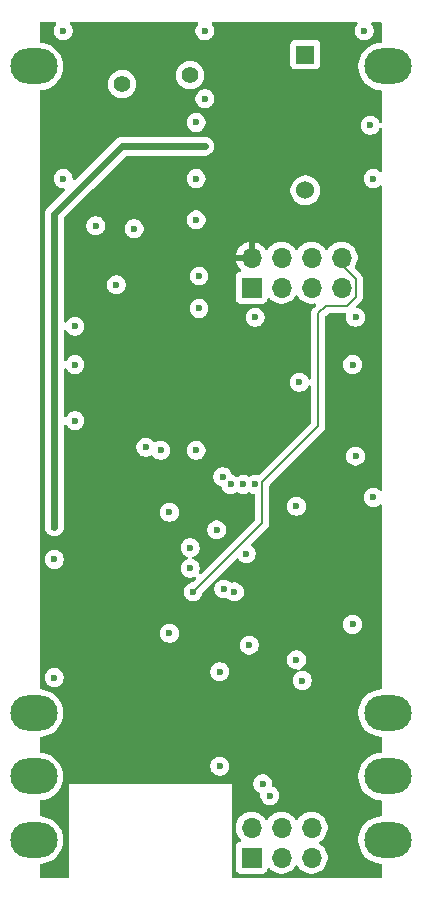
<source format=gbr>
%TF.GenerationSoftware,KiCad,Pcbnew,9.0.0*%
%TF.CreationDate,2025-03-01T12:53:57-06:00*%
%TF.ProjectId,ptSolar,7074536f-6c61-4722-9e6b-696361645f70,rev?*%
%TF.SameCoordinates,Original*%
%TF.FileFunction,Copper,L2,Inr*%
%TF.FilePolarity,Positive*%
%FSLAX46Y46*%
G04 Gerber Fmt 4.6, Leading zero omitted, Abs format (unit mm)*
G04 Created by KiCad (PCBNEW 9.0.0) date 2025-03-01 12:53:57*
%MOMM*%
%LPD*%
G01*
G04 APERTURE LIST*
%TA.AperFunction,ComponentPad*%
%ADD10O,4.000000X3.000000*%
%TD*%
%TA.AperFunction,ComponentPad*%
%ADD11C,1.400000*%
%TD*%
%TA.AperFunction,ComponentPad*%
%ADD12R,1.700000X1.700000*%
%TD*%
%TA.AperFunction,ComponentPad*%
%ADD13O,1.700000X1.700000*%
%TD*%
%TA.AperFunction,ComponentPad*%
%ADD14R,1.524000X1.524000*%
%TD*%
%TA.AperFunction,ComponentPad*%
%ADD15C,1.524000*%
%TD*%
%TA.AperFunction,ViaPad*%
%ADD16C,0.600000*%
%TD*%
%TA.AperFunction,Conductor*%
%ADD17C,0.600000*%
%TD*%
%TA.AperFunction,Conductor*%
%ADD18C,0.200000*%
%TD*%
G04 APERTURE END LIST*
D10*
%TO.N,Net-(D1-A)*%
%TO.C,PV1*%
X137250000Y-72000000D03*
%TO.N,GND*%
X137250000Y-126750000D03*
X137250000Y-132125000D03*
X137250000Y-137500000D03*
%TD*%
D11*
%TO.N,GND*%
%TO.C,ANT2b1*%
X150500000Y-72750000D03*
%TD*%
D10*
%TO.N,Net-(D2-A)*%
%TO.C,JPV2*%
X167250000Y-72000000D03*
%TO.N,GND*%
X167250000Y-126750000D03*
X167250000Y-132125000D03*
X167250000Y-137500000D03*
%TD*%
D11*
%TO.N,Net-(ANT2-In)*%
%TO.C,ANT2a1*%
X144750000Y-73500000D03*
%TD*%
D12*
%TO.N,/MISO*%
%TO.C,J1*%
X155700000Y-139000000D03*
D13*
%TO.N,+BATT*%
X155700000Y-136460000D03*
%TO.N,/SCK*%
X158240000Y-139000000D03*
%TO.N,/MOSI*%
X158240000Y-136460000D03*
%TO.N,/RESET*%
X160780000Y-139000000D03*
%TO.N,GND*%
X160780000Y-136460000D03*
%TD*%
D12*
%TO.N,Net-(J2-Pin_1)*%
%TO.C,J2*%
X155700000Y-90740000D03*
D13*
%TO.N,+3.3V*%
X155700000Y-88200000D03*
%TO.N,Net-(J2-Pin_3)*%
X158240000Y-90740000D03*
%TO.N,/SCL*%
X158240000Y-88200000D03*
%TO.N,GND*%
X160780000Y-90740000D03*
%TO.N,/SDA*%
X160780000Y-88200000D03*
%TO.N,/DIG-PTT*%
X163320000Y-90740000D03*
%TO.N,Net-(J2-Pin_8)*%
X163320000Y-88200000D03*
%TD*%
D14*
%TO.N,Net-(D1-K)*%
%TO.C,C1*%
X160250000Y-71000000D03*
D15*
%TO.N,GND*%
X160250000Y-82500000D03*
%TD*%
D16*
%TO.N,+BATT*%
X139000000Y-105750000D03*
X139000000Y-96000000D03*
X151750000Y-78750000D03*
X166000000Y-81500000D03*
X139000000Y-100750000D03*
X166000000Y-108500000D03*
X139000000Y-111000000D03*
X139000000Y-92000000D03*
X139000000Y-88000000D03*
%TO.N,GND*%
X151000000Y-85000000D03*
X151000000Y-81500000D03*
X142500000Y-85500000D03*
X165250000Y-69000000D03*
X164250000Y-119250000D03*
X148750000Y-120000000D03*
X153000000Y-131250000D03*
X140750000Y-94000000D03*
X139750000Y-69000000D03*
X165750000Y-77000000D03*
X144250000Y-90500000D03*
X151250000Y-92500000D03*
X151750000Y-69000000D03*
X151250000Y-89750000D03*
X159500000Y-109250000D03*
X159750000Y-98750000D03*
X155250000Y-113250000D03*
X150500000Y-114500000D03*
X164500000Y-93250000D03*
X151000000Y-76750000D03*
X139000000Y-123750000D03*
X156000000Y-93250000D03*
X150500000Y-112750000D03*
X139000000Y-113750000D03*
X153000000Y-123250000D03*
%TO.N,Net-(U3-ANTENNA)*%
X145750000Y-85750000D03*
%TO.N,/RESET*%
X156650000Y-132750000D03*
X152750000Y-111250000D03*
X155500000Y-121000000D03*
%TO.N,/MOSI*%
X157250000Y-133750000D03*
%TO.N,/SCL*%
X155000000Y-107400000D03*
%TO.N,/SDA*%
X156000000Y-107400000D03*
%TO.N,+3.3V*%
X163500000Y-135000000D03*
X151500000Y-114000000D03*
X158250000Y-118250000D03*
X148531250Y-86250000D03*
X146750000Y-120750000D03*
X146000000Y-106750000D03*
X146000000Y-97500000D03*
X146000000Y-102000000D03*
%TO.N,Net-(U3-MIC-IN)*%
X160000000Y-124000000D03*
%TO.N,Net-(U3-HIGH{slash}LOW)*%
X164250000Y-97250000D03*
%TO.N,Net-(J2-Pin_1)*%
X153925735Y-107400000D03*
%TO.N,Net-(U2-PD3)*%
X148750000Y-109750000D03*
X159500000Y-122250000D03*
%TO.N,Net-(J2-Pin_8)*%
X150750000Y-116500000D03*
%TO.N,Net-(J2-Pin_3)*%
X153250000Y-106750000D03*
%TO.N,Net-(D1-K)*%
X139750000Y-81500000D03*
X151750000Y-74750000D03*
%TO.N,Net-(Q1-D)*%
X146750000Y-104250000D03*
%TO.N,Net-(Q4-C)*%
X164500000Y-105000000D03*
%TO.N,Net-(Q2-D)*%
X140750000Y-102000000D03*
%TO.N,Net-(Q2-S)*%
X148000000Y-104500000D03*
X153350000Y-116250000D03*
%TO.N,Net-(Q3-D)*%
X140750000Y-97250000D03*
%TO.N,Net-(Q3-S)*%
X154250000Y-116500000D03*
X151000000Y-104500000D03*
%TD*%
D17*
%TO.N,+BATT*%
X139000000Y-84500000D02*
X139000000Y-96000000D01*
X139000000Y-105750000D02*
X139000000Y-111000000D01*
X139000000Y-100750000D02*
X139000000Y-105750000D01*
X151750000Y-78750000D02*
X144750000Y-78750000D01*
X139000000Y-96000000D02*
X139000000Y-100750000D01*
X144750000Y-78750000D02*
X139000000Y-84500000D01*
D18*
%TO.N,/SCL*%
X158240000Y-88200000D02*
X158240000Y-88970000D01*
%TO.N,Net-(J2-Pin_8)*%
X156600000Y-110650000D02*
X150750000Y-116500000D01*
X156600000Y-107210122D02*
X156600000Y-110650000D01*
X163750000Y-92250000D02*
X162000000Y-92250000D01*
X161330000Y-102480122D02*
X156600000Y-107210122D01*
X163320000Y-88820000D02*
X164500000Y-90000000D01*
X162000000Y-92250000D02*
X161330000Y-92920000D01*
X164500000Y-91500000D02*
X163750000Y-92250000D01*
X164500000Y-90000000D02*
X164500000Y-91500000D01*
X163320000Y-88200000D02*
X163320000Y-88820000D01*
X161330000Y-92920000D02*
X161330000Y-102480122D01*
%TD*%
%TA.AperFunction,Conductor*%
%TO.N,+3.3V*%
G36*
X139135098Y-68270185D02*
G01*
X139180853Y-68322989D01*
X139190797Y-68392147D01*
X139161772Y-68455703D01*
X139155740Y-68462181D01*
X139128213Y-68489707D01*
X139128210Y-68489711D01*
X139040609Y-68620814D01*
X139040602Y-68620827D01*
X138980264Y-68766498D01*
X138980261Y-68766510D01*
X138949500Y-68921153D01*
X138949500Y-69078846D01*
X138980261Y-69233489D01*
X138980264Y-69233501D01*
X139040602Y-69379172D01*
X139040609Y-69379185D01*
X139128210Y-69510288D01*
X139128213Y-69510292D01*
X139239707Y-69621786D01*
X139239711Y-69621789D01*
X139370814Y-69709390D01*
X139370827Y-69709397D01*
X139454148Y-69743909D01*
X139516503Y-69769737D01*
X139671153Y-69800499D01*
X139671156Y-69800500D01*
X139671158Y-69800500D01*
X139828844Y-69800500D01*
X139828845Y-69800499D01*
X139983497Y-69769737D01*
X140129179Y-69709394D01*
X140260289Y-69621789D01*
X140371789Y-69510289D01*
X140459394Y-69379179D01*
X140519737Y-69233497D01*
X140550500Y-69078842D01*
X140550500Y-68921158D01*
X140550500Y-68921155D01*
X140550499Y-68921153D01*
X140519738Y-68766510D01*
X140519737Y-68766503D01*
X140519735Y-68766498D01*
X140459397Y-68620827D01*
X140459390Y-68620814D01*
X140371789Y-68489711D01*
X140371786Y-68489707D01*
X140344260Y-68462181D01*
X140310775Y-68400858D01*
X140315759Y-68331166D01*
X140357631Y-68275233D01*
X140423095Y-68250816D01*
X140431941Y-68250500D01*
X151068059Y-68250500D01*
X151135098Y-68270185D01*
X151180853Y-68322989D01*
X151190797Y-68392147D01*
X151161772Y-68455703D01*
X151155740Y-68462181D01*
X151128213Y-68489707D01*
X151128210Y-68489711D01*
X151040609Y-68620814D01*
X151040602Y-68620827D01*
X150980264Y-68766498D01*
X150980261Y-68766510D01*
X150949500Y-68921153D01*
X150949500Y-69078846D01*
X150980261Y-69233489D01*
X150980264Y-69233501D01*
X151040602Y-69379172D01*
X151040609Y-69379185D01*
X151128210Y-69510288D01*
X151128213Y-69510292D01*
X151239707Y-69621786D01*
X151239711Y-69621789D01*
X151370814Y-69709390D01*
X151370827Y-69709397D01*
X151454148Y-69743909D01*
X151516503Y-69769737D01*
X151671153Y-69800499D01*
X151671156Y-69800500D01*
X151671158Y-69800500D01*
X151828844Y-69800500D01*
X151828845Y-69800499D01*
X151983497Y-69769737D01*
X152129179Y-69709394D01*
X152260289Y-69621789D01*
X152371789Y-69510289D01*
X152459394Y-69379179D01*
X152519737Y-69233497D01*
X152550500Y-69078842D01*
X152550500Y-68921158D01*
X152550500Y-68921155D01*
X152550499Y-68921153D01*
X152519738Y-68766510D01*
X152519737Y-68766503D01*
X152519735Y-68766498D01*
X152459397Y-68620827D01*
X152459390Y-68620814D01*
X152371789Y-68489711D01*
X152371786Y-68489707D01*
X152344260Y-68462181D01*
X152310775Y-68400858D01*
X152315759Y-68331166D01*
X152357631Y-68275233D01*
X152423095Y-68250816D01*
X152431941Y-68250500D01*
X164568059Y-68250500D01*
X164635098Y-68270185D01*
X164680853Y-68322989D01*
X164690797Y-68392147D01*
X164661772Y-68455703D01*
X164655740Y-68462181D01*
X164628213Y-68489707D01*
X164628210Y-68489711D01*
X164540609Y-68620814D01*
X164540602Y-68620827D01*
X164480264Y-68766498D01*
X164480261Y-68766510D01*
X164449500Y-68921153D01*
X164449500Y-69078846D01*
X164480261Y-69233489D01*
X164480264Y-69233501D01*
X164540602Y-69379172D01*
X164540609Y-69379185D01*
X164628210Y-69510288D01*
X164628213Y-69510292D01*
X164739707Y-69621786D01*
X164739711Y-69621789D01*
X164870814Y-69709390D01*
X164870827Y-69709397D01*
X164954148Y-69743909D01*
X165016503Y-69769737D01*
X165171153Y-69800499D01*
X165171156Y-69800500D01*
X165171158Y-69800500D01*
X165328844Y-69800500D01*
X165328845Y-69800499D01*
X165483497Y-69769737D01*
X165629179Y-69709394D01*
X165760289Y-69621789D01*
X165871789Y-69510289D01*
X165959394Y-69379179D01*
X166019737Y-69233497D01*
X166050500Y-69078842D01*
X166050500Y-68921158D01*
X166050500Y-68921155D01*
X166050499Y-68921153D01*
X166019738Y-68766510D01*
X166019737Y-68766503D01*
X166019735Y-68766498D01*
X165959397Y-68620827D01*
X165959390Y-68620814D01*
X165871789Y-68489711D01*
X165871786Y-68489707D01*
X165844260Y-68462181D01*
X165810775Y-68400858D01*
X165815759Y-68331166D01*
X165857631Y-68275233D01*
X165923095Y-68250816D01*
X165931941Y-68250500D01*
X166625500Y-68250500D01*
X166692539Y-68270185D01*
X166738294Y-68322989D01*
X166749500Y-68374500D01*
X166749500Y-69875500D01*
X166729815Y-69942539D01*
X166677011Y-69988294D01*
X166625500Y-69999500D01*
X166618872Y-69999500D01*
X166387772Y-70029926D01*
X166358884Y-70033730D01*
X166105581Y-70101602D01*
X166105571Y-70101605D01*
X165863309Y-70201953D01*
X165863299Y-70201958D01*
X165636196Y-70333075D01*
X165428148Y-70492718D01*
X165242718Y-70678148D01*
X165083075Y-70886196D01*
X164951958Y-71113299D01*
X164951953Y-71113309D01*
X164851605Y-71355571D01*
X164851602Y-71355581D01*
X164791722Y-71579060D01*
X164783730Y-71608885D01*
X164749500Y-71868872D01*
X164749500Y-72131127D01*
X164766797Y-72262500D01*
X164783730Y-72391116D01*
X164851602Y-72644418D01*
X164851605Y-72644428D01*
X164951953Y-72886690D01*
X164951958Y-72886700D01*
X165083075Y-73113803D01*
X165242718Y-73321851D01*
X165242726Y-73321860D01*
X165428140Y-73507274D01*
X165428148Y-73507281D01*
X165636196Y-73666924D01*
X165863299Y-73798041D01*
X165863309Y-73798046D01*
X166019024Y-73862545D01*
X166105581Y-73898398D01*
X166358884Y-73966270D01*
X166618880Y-74000500D01*
X166625500Y-74000500D01*
X166692539Y-74020185D01*
X166738294Y-74072989D01*
X166749500Y-74124500D01*
X166749500Y-76697809D01*
X166729815Y-76764848D01*
X166677011Y-76810603D01*
X166607853Y-76820547D01*
X166544297Y-76791522D01*
X166510939Y-76745261D01*
X166459397Y-76620827D01*
X166459390Y-76620814D01*
X166371789Y-76489711D01*
X166371786Y-76489707D01*
X166260292Y-76378213D01*
X166260288Y-76378210D01*
X166129185Y-76290609D01*
X166129172Y-76290602D01*
X165983501Y-76230264D01*
X165983489Y-76230261D01*
X165828845Y-76199500D01*
X165828842Y-76199500D01*
X165671158Y-76199500D01*
X165671155Y-76199500D01*
X165516510Y-76230261D01*
X165516498Y-76230264D01*
X165370827Y-76290602D01*
X165370814Y-76290609D01*
X165239711Y-76378210D01*
X165239707Y-76378213D01*
X165128213Y-76489707D01*
X165128210Y-76489711D01*
X165040609Y-76620814D01*
X165040602Y-76620827D01*
X164980264Y-76766498D01*
X164980261Y-76766510D01*
X164949500Y-76921153D01*
X164949500Y-77078846D01*
X164980261Y-77233489D01*
X164980264Y-77233501D01*
X165040602Y-77379172D01*
X165040609Y-77379185D01*
X165128210Y-77510288D01*
X165128213Y-77510292D01*
X165239707Y-77621786D01*
X165239711Y-77621789D01*
X165370814Y-77709390D01*
X165370827Y-77709397D01*
X165516498Y-77769735D01*
X165516503Y-77769737D01*
X165671153Y-77800499D01*
X165671156Y-77800500D01*
X165671158Y-77800500D01*
X165828844Y-77800500D01*
X165828845Y-77800499D01*
X165983497Y-77769737D01*
X166129179Y-77709394D01*
X166260289Y-77621789D01*
X166371789Y-77510289D01*
X166459394Y-77379179D01*
X166508638Y-77260292D01*
X166510939Y-77254738D01*
X166554779Y-77200334D01*
X166621074Y-77178269D01*
X166688773Y-77195548D01*
X166736384Y-77246685D01*
X166749500Y-77302190D01*
X166749500Y-80818059D01*
X166729815Y-80885098D01*
X166677011Y-80930853D01*
X166607853Y-80940797D01*
X166544297Y-80911772D01*
X166537819Y-80905740D01*
X166510292Y-80878213D01*
X166510288Y-80878210D01*
X166379185Y-80790609D01*
X166379172Y-80790602D01*
X166233501Y-80730264D01*
X166233489Y-80730261D01*
X166078845Y-80699500D01*
X166078842Y-80699500D01*
X165921158Y-80699500D01*
X165921155Y-80699500D01*
X165766510Y-80730261D01*
X165766498Y-80730264D01*
X165620827Y-80790602D01*
X165620814Y-80790609D01*
X165489711Y-80878210D01*
X165489707Y-80878213D01*
X165378213Y-80989707D01*
X165378210Y-80989711D01*
X165290609Y-81120814D01*
X165290602Y-81120827D01*
X165230264Y-81266498D01*
X165230261Y-81266510D01*
X165199500Y-81421153D01*
X165199500Y-81578846D01*
X165230261Y-81733489D01*
X165230264Y-81733501D01*
X165290602Y-81879172D01*
X165290609Y-81879185D01*
X165378210Y-82010288D01*
X165378213Y-82010292D01*
X165489707Y-82121786D01*
X165489711Y-82121789D01*
X165620814Y-82209390D01*
X165620827Y-82209397D01*
X165766498Y-82269735D01*
X165766503Y-82269737D01*
X165921153Y-82300499D01*
X165921156Y-82300500D01*
X165921158Y-82300500D01*
X166078844Y-82300500D01*
X166078845Y-82300499D01*
X166233497Y-82269737D01*
X166379179Y-82209394D01*
X166510289Y-82121789D01*
X166510292Y-82121786D01*
X166537819Y-82094260D01*
X166599142Y-82060775D01*
X166668834Y-82065759D01*
X166724767Y-82107631D01*
X166749184Y-82173095D01*
X166749500Y-82181941D01*
X166749500Y-107818059D01*
X166729815Y-107885098D01*
X166677011Y-107930853D01*
X166607853Y-107940797D01*
X166544297Y-107911772D01*
X166537819Y-107905740D01*
X166510292Y-107878213D01*
X166510288Y-107878210D01*
X166379185Y-107790609D01*
X166379172Y-107790602D01*
X166233501Y-107730264D01*
X166233489Y-107730261D01*
X166078845Y-107699500D01*
X166078842Y-107699500D01*
X165921158Y-107699500D01*
X165921155Y-107699500D01*
X165766510Y-107730261D01*
X165766498Y-107730264D01*
X165620827Y-107790602D01*
X165620814Y-107790609D01*
X165489711Y-107878210D01*
X165489707Y-107878213D01*
X165378213Y-107989707D01*
X165378210Y-107989711D01*
X165290609Y-108120814D01*
X165290602Y-108120827D01*
X165230264Y-108266498D01*
X165230261Y-108266510D01*
X165199500Y-108421153D01*
X165199500Y-108578846D01*
X165230261Y-108733489D01*
X165230264Y-108733501D01*
X165290602Y-108879172D01*
X165290609Y-108879185D01*
X165378210Y-109010288D01*
X165378213Y-109010292D01*
X165489707Y-109121786D01*
X165489711Y-109121789D01*
X165620814Y-109209390D01*
X165620827Y-109209397D01*
X165694013Y-109239711D01*
X165766503Y-109269737D01*
X165921153Y-109300499D01*
X165921156Y-109300500D01*
X165921158Y-109300500D01*
X166078844Y-109300500D01*
X166078845Y-109300499D01*
X166233497Y-109269737D01*
X166379179Y-109209394D01*
X166510289Y-109121789D01*
X166510292Y-109121786D01*
X166537819Y-109094260D01*
X166599142Y-109060775D01*
X166668834Y-109065759D01*
X166724767Y-109107631D01*
X166749184Y-109173095D01*
X166749500Y-109181941D01*
X166749500Y-124625500D01*
X166729815Y-124692539D01*
X166677011Y-124738294D01*
X166625500Y-124749500D01*
X166618872Y-124749500D01*
X166387772Y-124779926D01*
X166358884Y-124783730D01*
X166105581Y-124851602D01*
X166105571Y-124851605D01*
X165863309Y-124951953D01*
X165863299Y-124951958D01*
X165636196Y-125083075D01*
X165428148Y-125242718D01*
X165242718Y-125428148D01*
X165083075Y-125636196D01*
X164951958Y-125863299D01*
X164951953Y-125863309D01*
X164851605Y-126105571D01*
X164851602Y-126105581D01*
X164783730Y-126358885D01*
X164749500Y-126618872D01*
X164749500Y-126881127D01*
X164776123Y-127083339D01*
X164783730Y-127141116D01*
X164851602Y-127394418D01*
X164851605Y-127394428D01*
X164951953Y-127636690D01*
X164951958Y-127636700D01*
X165083075Y-127863803D01*
X165242718Y-128071851D01*
X165242726Y-128071860D01*
X165428140Y-128257274D01*
X165428148Y-128257281D01*
X165636196Y-128416924D01*
X165863299Y-128548041D01*
X165863309Y-128548046D01*
X166105571Y-128648394D01*
X166105581Y-128648398D01*
X166358884Y-128716270D01*
X166618880Y-128750500D01*
X166625500Y-128750500D01*
X166692539Y-128770185D01*
X166738294Y-128822989D01*
X166749500Y-128874500D01*
X166749500Y-130000500D01*
X166729815Y-130067539D01*
X166677011Y-130113294D01*
X166625500Y-130124500D01*
X166618872Y-130124500D01*
X166387772Y-130154926D01*
X166358884Y-130158730D01*
X166105581Y-130226602D01*
X166105571Y-130226605D01*
X165863309Y-130326953D01*
X165863299Y-130326958D01*
X165636196Y-130458075D01*
X165428148Y-130617718D01*
X165242718Y-130803148D01*
X165083075Y-131011196D01*
X164951958Y-131238299D01*
X164951953Y-131238309D01*
X164851605Y-131480571D01*
X164851602Y-131480581D01*
X164811786Y-131629179D01*
X164783730Y-131733885D01*
X164749500Y-131993872D01*
X164749500Y-132256127D01*
X164776123Y-132458339D01*
X164783730Y-132516116D01*
X164846399Y-132750000D01*
X164851602Y-132769418D01*
X164851605Y-132769428D01*
X164951953Y-133011690D01*
X164951958Y-133011700D01*
X165083075Y-133238803D01*
X165242718Y-133446851D01*
X165242726Y-133446860D01*
X165428140Y-133632274D01*
X165428148Y-133632281D01*
X165636196Y-133791924D01*
X165863299Y-133923041D01*
X165863309Y-133923046D01*
X166009261Y-133983501D01*
X166105581Y-134023398D01*
X166358884Y-134091270D01*
X166618880Y-134125500D01*
X166625500Y-134125500D01*
X166692539Y-134145185D01*
X166738294Y-134197989D01*
X166749500Y-134249500D01*
X166749500Y-135375500D01*
X166729815Y-135442539D01*
X166677011Y-135488294D01*
X166625500Y-135499500D01*
X166618872Y-135499500D01*
X166387772Y-135529926D01*
X166358884Y-135533730D01*
X166105581Y-135601602D01*
X166105571Y-135601605D01*
X165863309Y-135701953D01*
X165863299Y-135701958D01*
X165636196Y-135833075D01*
X165428148Y-135992718D01*
X165242718Y-136178148D01*
X165083075Y-136386196D01*
X164951958Y-136613299D01*
X164951953Y-136613309D01*
X164851605Y-136855571D01*
X164851602Y-136855581D01*
X164783898Y-137108259D01*
X164783730Y-137108885D01*
X164749500Y-137368872D01*
X164749500Y-137631127D01*
X164776123Y-137833339D01*
X164783730Y-137891116D01*
X164845115Y-138120208D01*
X164851602Y-138144418D01*
X164851605Y-138144428D01*
X164951953Y-138386690D01*
X164951958Y-138386700D01*
X165083075Y-138613803D01*
X165242718Y-138821851D01*
X165242726Y-138821860D01*
X165428140Y-139007274D01*
X165428148Y-139007281D01*
X165636196Y-139166924D01*
X165863299Y-139298041D01*
X165863309Y-139298046D01*
X166105571Y-139398394D01*
X166105581Y-139398398D01*
X166358884Y-139466270D01*
X166618880Y-139500500D01*
X166625500Y-139500500D01*
X166692539Y-139520185D01*
X166738294Y-139572989D01*
X166749500Y-139624500D01*
X166749500Y-140625500D01*
X166729815Y-140692539D01*
X166677011Y-140738294D01*
X166625500Y-140749500D01*
X154124000Y-140749500D01*
X154056961Y-140729815D01*
X154011206Y-140677011D01*
X154000000Y-140625500D01*
X154000000Y-136353713D01*
X154349500Y-136353713D01*
X154349500Y-136566287D01*
X154382754Y-136776243D01*
X154408529Y-136855571D01*
X154448444Y-136978414D01*
X154544951Y-137167820D01*
X154669890Y-137339786D01*
X154783430Y-137453326D01*
X154816915Y-137514649D01*
X154811931Y-137584341D01*
X154770059Y-137640274D01*
X154739083Y-137657189D01*
X154607669Y-137706203D01*
X154607664Y-137706206D01*
X154492455Y-137792452D01*
X154492452Y-137792455D01*
X154406206Y-137907664D01*
X154406202Y-137907671D01*
X154355908Y-138042517D01*
X154349501Y-138102116D01*
X154349500Y-138102135D01*
X154349500Y-139897870D01*
X154349501Y-139897876D01*
X154355908Y-139957483D01*
X154406202Y-140092328D01*
X154406206Y-140092335D01*
X154492452Y-140207544D01*
X154492455Y-140207547D01*
X154607664Y-140293793D01*
X154607671Y-140293797D01*
X154742517Y-140344091D01*
X154742516Y-140344091D01*
X154749444Y-140344835D01*
X154802127Y-140350500D01*
X156597872Y-140350499D01*
X156657483Y-140344091D01*
X156792331Y-140293796D01*
X156907546Y-140207546D01*
X156993796Y-140092331D01*
X157042810Y-139960916D01*
X157084681Y-139904984D01*
X157150145Y-139880566D01*
X157218418Y-139895417D01*
X157246673Y-139916569D01*
X157360213Y-140030109D01*
X157532179Y-140155048D01*
X157532181Y-140155049D01*
X157532184Y-140155051D01*
X157721588Y-140251557D01*
X157923757Y-140317246D01*
X158133713Y-140350500D01*
X158133714Y-140350500D01*
X158346286Y-140350500D01*
X158346287Y-140350500D01*
X158556243Y-140317246D01*
X158758412Y-140251557D01*
X158947816Y-140155051D01*
X159034138Y-140092335D01*
X159119786Y-140030109D01*
X159119788Y-140030106D01*
X159119792Y-140030104D01*
X159270104Y-139879792D01*
X159270106Y-139879788D01*
X159270109Y-139879786D01*
X159395048Y-139707820D01*
X159395047Y-139707820D01*
X159395051Y-139707816D01*
X159399514Y-139699054D01*
X159447488Y-139648259D01*
X159515308Y-139631463D01*
X159581444Y-139653999D01*
X159620486Y-139699056D01*
X159624951Y-139707820D01*
X159749890Y-139879786D01*
X159900213Y-140030109D01*
X160072179Y-140155048D01*
X160072181Y-140155049D01*
X160072184Y-140155051D01*
X160261588Y-140251557D01*
X160463757Y-140317246D01*
X160673713Y-140350500D01*
X160673714Y-140350500D01*
X160886286Y-140350500D01*
X160886287Y-140350500D01*
X161096243Y-140317246D01*
X161298412Y-140251557D01*
X161487816Y-140155051D01*
X161574138Y-140092335D01*
X161659786Y-140030109D01*
X161659788Y-140030106D01*
X161659792Y-140030104D01*
X161810104Y-139879792D01*
X161810106Y-139879788D01*
X161810109Y-139879786D01*
X161935048Y-139707820D01*
X161935047Y-139707820D01*
X161935051Y-139707816D01*
X162031557Y-139518412D01*
X162097246Y-139316243D01*
X162130500Y-139106287D01*
X162130500Y-138893713D01*
X162097246Y-138683757D01*
X162031557Y-138481588D01*
X161935051Y-138292184D01*
X161935049Y-138292181D01*
X161935048Y-138292179D01*
X161810109Y-138120213D01*
X161659786Y-137969890D01*
X161487820Y-137844951D01*
X161487115Y-137844591D01*
X161479054Y-137840485D01*
X161428259Y-137792512D01*
X161411463Y-137724692D01*
X161433999Y-137658556D01*
X161479054Y-137619515D01*
X161487816Y-137615051D01*
X161577554Y-137549853D01*
X161659786Y-137490109D01*
X161659788Y-137490106D01*
X161659792Y-137490104D01*
X161810104Y-137339792D01*
X161810106Y-137339788D01*
X161810109Y-137339786D01*
X161935048Y-137167820D01*
X161935047Y-137167820D01*
X161935051Y-137167816D01*
X162031557Y-136978412D01*
X162097246Y-136776243D01*
X162130500Y-136566287D01*
X162130500Y-136353713D01*
X162097246Y-136143757D01*
X162031557Y-135941588D01*
X161935051Y-135752184D01*
X161935049Y-135752181D01*
X161935048Y-135752179D01*
X161810109Y-135580213D01*
X161659786Y-135429890D01*
X161487820Y-135304951D01*
X161298414Y-135208444D01*
X161298413Y-135208443D01*
X161298412Y-135208443D01*
X161096243Y-135142754D01*
X161096241Y-135142753D01*
X161096240Y-135142753D01*
X160934957Y-135117208D01*
X160886287Y-135109500D01*
X160673713Y-135109500D01*
X160625042Y-135117208D01*
X160463760Y-135142753D01*
X160261585Y-135208444D01*
X160072179Y-135304951D01*
X159900213Y-135429890D01*
X159749890Y-135580213D01*
X159624949Y-135752182D01*
X159620484Y-135760946D01*
X159572509Y-135811742D01*
X159504688Y-135828536D01*
X159438553Y-135805998D01*
X159399516Y-135760946D01*
X159395050Y-135752182D01*
X159270109Y-135580213D01*
X159119786Y-135429890D01*
X158947820Y-135304951D01*
X158758414Y-135208444D01*
X158758413Y-135208443D01*
X158758412Y-135208443D01*
X158556243Y-135142754D01*
X158556241Y-135142753D01*
X158556240Y-135142753D01*
X158394957Y-135117208D01*
X158346287Y-135109500D01*
X158133713Y-135109500D01*
X158085042Y-135117208D01*
X157923760Y-135142753D01*
X157721585Y-135208444D01*
X157532179Y-135304951D01*
X157360213Y-135429890D01*
X157209890Y-135580213D01*
X157084949Y-135752182D01*
X157080484Y-135760946D01*
X157032509Y-135811742D01*
X156964688Y-135828536D01*
X156898553Y-135805998D01*
X156859516Y-135760946D01*
X156855050Y-135752182D01*
X156730109Y-135580213D01*
X156579786Y-135429890D01*
X156407820Y-135304951D01*
X156218414Y-135208444D01*
X156218413Y-135208443D01*
X156218412Y-135208443D01*
X156016243Y-135142754D01*
X156016241Y-135142753D01*
X156016240Y-135142753D01*
X155854957Y-135117208D01*
X155806287Y-135109500D01*
X155593713Y-135109500D01*
X155545042Y-135117208D01*
X155383760Y-135142753D01*
X155181585Y-135208444D01*
X154992179Y-135304951D01*
X154820213Y-135429890D01*
X154669890Y-135580213D01*
X154544951Y-135752179D01*
X154448444Y-135941585D01*
X154382753Y-136143760D01*
X154349500Y-136353713D01*
X154000000Y-136353713D01*
X154000000Y-132750000D01*
X140250000Y-132750000D01*
X140250000Y-140625500D01*
X140230315Y-140692539D01*
X140177511Y-140738294D01*
X140126000Y-140749500D01*
X137874500Y-140749500D01*
X137807461Y-140729815D01*
X137761706Y-140677011D01*
X137750500Y-140625500D01*
X137750500Y-139624500D01*
X137770185Y-139557461D01*
X137822989Y-139511706D01*
X137874500Y-139500500D01*
X137881113Y-139500500D01*
X137881120Y-139500500D01*
X138141116Y-139466270D01*
X138394419Y-139398398D01*
X138636697Y-139298043D01*
X138863803Y-139166924D01*
X139071851Y-139007282D01*
X139071855Y-139007277D01*
X139071860Y-139007274D01*
X139257274Y-138821860D01*
X139257277Y-138821855D01*
X139257282Y-138821851D01*
X139416924Y-138613803D01*
X139548043Y-138386697D01*
X139648398Y-138144419D01*
X139716270Y-137891116D01*
X139750500Y-137631120D01*
X139750500Y-137368880D01*
X139716270Y-137108884D01*
X139648398Y-136855581D01*
X139615535Y-136776243D01*
X139548046Y-136613309D01*
X139548041Y-136613299D01*
X139416924Y-136386196D01*
X139257281Y-136178148D01*
X139257274Y-136178140D01*
X139071860Y-135992726D01*
X139071851Y-135992718D01*
X138863803Y-135833075D01*
X138636700Y-135701958D01*
X138636690Y-135701953D01*
X138394428Y-135601605D01*
X138394421Y-135601603D01*
X138394419Y-135601602D01*
X138141116Y-135533730D01*
X138083339Y-135526123D01*
X137881127Y-135499500D01*
X137881120Y-135499500D01*
X137874500Y-135499500D01*
X137807461Y-135479815D01*
X137761706Y-135427011D01*
X137750500Y-135375500D01*
X137750500Y-134249500D01*
X137770185Y-134182461D01*
X137822989Y-134136706D01*
X137874500Y-134125500D01*
X137881113Y-134125500D01*
X137881120Y-134125500D01*
X138141116Y-134091270D01*
X138394419Y-134023398D01*
X138636697Y-133923043D01*
X138863803Y-133791924D01*
X139071851Y-133632282D01*
X139071855Y-133632277D01*
X139071860Y-133632274D01*
X139257274Y-133446860D01*
X139257277Y-133446855D01*
X139257282Y-133446851D01*
X139416924Y-133238803D01*
X139548043Y-133011697D01*
X139648398Y-132769419D01*
X139674728Y-132671153D01*
X155849500Y-132671153D01*
X155849500Y-132828846D01*
X155880261Y-132983489D01*
X155880264Y-132983501D01*
X155940602Y-133129172D01*
X155940609Y-133129185D01*
X156028210Y-133260288D01*
X156028213Y-133260292D01*
X156139707Y-133371786D01*
X156139711Y-133371789D01*
X156270814Y-133459390D01*
X156270827Y-133459397D01*
X156380796Y-133504947D01*
X156435200Y-133548787D01*
X156457265Y-133615081D01*
X156454962Y-133643698D01*
X156449500Y-133671159D01*
X156449500Y-133828846D01*
X156480261Y-133983489D01*
X156480264Y-133983501D01*
X156540602Y-134129172D01*
X156540609Y-134129185D01*
X156628210Y-134260288D01*
X156628213Y-134260292D01*
X156739707Y-134371786D01*
X156739711Y-134371789D01*
X156870814Y-134459390D01*
X156870827Y-134459397D01*
X157016498Y-134519735D01*
X157016503Y-134519737D01*
X157171153Y-134550499D01*
X157171156Y-134550500D01*
X157171158Y-134550500D01*
X157328844Y-134550500D01*
X157328845Y-134550499D01*
X157483497Y-134519737D01*
X157629179Y-134459394D01*
X157760289Y-134371789D01*
X157871789Y-134260289D01*
X157959394Y-134129179D01*
X158019737Y-133983497D01*
X158050500Y-133828842D01*
X158050500Y-133671158D01*
X158050500Y-133671155D01*
X158050499Y-133671153D01*
X158042765Y-133632274D01*
X158019737Y-133516503D01*
X157990890Y-133446860D01*
X157959397Y-133370827D01*
X157959390Y-133370814D01*
X157871789Y-133239711D01*
X157871786Y-133239707D01*
X157760292Y-133128213D01*
X157760288Y-133128210D01*
X157629185Y-133040609D01*
X157629176Y-133040604D01*
X157519202Y-132995052D01*
X157464799Y-132951211D01*
X157442734Y-132884917D01*
X157445037Y-132856303D01*
X157450500Y-132828842D01*
X157450500Y-132671158D01*
X157450500Y-132671155D01*
X157450499Y-132671153D01*
X157419738Y-132516510D01*
X157419737Y-132516503D01*
X157419576Y-132516114D01*
X157359397Y-132370827D01*
X157359390Y-132370814D01*
X157271789Y-132239711D01*
X157271786Y-132239707D01*
X157160292Y-132128213D01*
X157160288Y-132128210D01*
X157029185Y-132040609D01*
X157029172Y-132040602D01*
X156883501Y-131980264D01*
X156883489Y-131980261D01*
X156728845Y-131949500D01*
X156728842Y-131949500D01*
X156571158Y-131949500D01*
X156571155Y-131949500D01*
X156416510Y-131980261D01*
X156416498Y-131980264D01*
X156270827Y-132040602D01*
X156270814Y-132040609D01*
X156139711Y-132128210D01*
X156139707Y-132128213D01*
X156028213Y-132239707D01*
X156028210Y-132239711D01*
X155940609Y-132370814D01*
X155940602Y-132370827D01*
X155880264Y-132516498D01*
X155880261Y-132516510D01*
X155849500Y-132671153D01*
X139674728Y-132671153D01*
X139716270Y-132516116D01*
X139750500Y-132256120D01*
X139750500Y-131993880D01*
X139716270Y-131733884D01*
X139648398Y-131480581D01*
X139648394Y-131480571D01*
X139548046Y-131238309D01*
X139548042Y-131238302D01*
X139509277Y-131171158D01*
X139509274Y-131171153D01*
X152199500Y-131171153D01*
X152199500Y-131328846D01*
X152230261Y-131483489D01*
X152230264Y-131483501D01*
X152290602Y-131629172D01*
X152290609Y-131629185D01*
X152378210Y-131760288D01*
X152378213Y-131760292D01*
X152489707Y-131871786D01*
X152489711Y-131871789D01*
X152620814Y-131959390D01*
X152620827Y-131959397D01*
X152766498Y-132019735D01*
X152766503Y-132019737D01*
X152921153Y-132050499D01*
X152921156Y-132050500D01*
X152921158Y-132050500D01*
X153078844Y-132050500D01*
X153078845Y-132050499D01*
X153233497Y-132019737D01*
X153379179Y-131959394D01*
X153510289Y-131871789D01*
X153621789Y-131760289D01*
X153709394Y-131629179D01*
X153769737Y-131483497D01*
X153800500Y-131328842D01*
X153800500Y-131171158D01*
X153800500Y-131171155D01*
X153800499Y-131171153D01*
X153769738Y-131016510D01*
X153769737Y-131016503D01*
X153767539Y-131011196D01*
X153709397Y-130870827D01*
X153709390Y-130870814D01*
X153621789Y-130739711D01*
X153621786Y-130739707D01*
X153510292Y-130628213D01*
X153510288Y-130628210D01*
X153379185Y-130540609D01*
X153379172Y-130540602D01*
X153233501Y-130480264D01*
X153233489Y-130480261D01*
X153078845Y-130449500D01*
X153078842Y-130449500D01*
X152921158Y-130449500D01*
X152921155Y-130449500D01*
X152766510Y-130480261D01*
X152766498Y-130480264D01*
X152620827Y-130540602D01*
X152620814Y-130540609D01*
X152489711Y-130628210D01*
X152489707Y-130628213D01*
X152378213Y-130739707D01*
X152378210Y-130739711D01*
X152290609Y-130870814D01*
X152290602Y-130870827D01*
X152230264Y-131016498D01*
X152230261Y-131016510D01*
X152199500Y-131171153D01*
X139509274Y-131171153D01*
X139416927Y-131011201D01*
X139416925Y-131011197D01*
X139257281Y-130803148D01*
X139257274Y-130803140D01*
X139071860Y-130617726D01*
X139071851Y-130617718D01*
X138863803Y-130458075D01*
X138636700Y-130326958D01*
X138636690Y-130326953D01*
X138394428Y-130226605D01*
X138394421Y-130226603D01*
X138394419Y-130226602D01*
X138141116Y-130158730D01*
X138083339Y-130151123D01*
X137881127Y-130124500D01*
X137881120Y-130124500D01*
X137874500Y-130124500D01*
X137807461Y-130104815D01*
X137761706Y-130052011D01*
X137750500Y-130000500D01*
X137750500Y-128874500D01*
X137770185Y-128807461D01*
X137822989Y-128761706D01*
X137874500Y-128750500D01*
X137881113Y-128750500D01*
X137881120Y-128750500D01*
X138141116Y-128716270D01*
X138394419Y-128648398D01*
X138636697Y-128548043D01*
X138863803Y-128416924D01*
X139071851Y-128257282D01*
X139071855Y-128257277D01*
X139071860Y-128257274D01*
X139257274Y-128071860D01*
X139257277Y-128071855D01*
X139257282Y-128071851D01*
X139416924Y-127863803D01*
X139548043Y-127636697D01*
X139648398Y-127394419D01*
X139716270Y-127141116D01*
X139750500Y-126881120D01*
X139750500Y-126618880D01*
X139716270Y-126358884D01*
X139648398Y-126105581D01*
X139648394Y-126105571D01*
X139548046Y-125863309D01*
X139548041Y-125863299D01*
X139416924Y-125636196D01*
X139257281Y-125428148D01*
X139257274Y-125428140D01*
X139071860Y-125242726D01*
X139071851Y-125242718D01*
X138863803Y-125083075D01*
X138636700Y-124951958D01*
X138636690Y-124951953D01*
X138394428Y-124851605D01*
X138394421Y-124851603D01*
X138394419Y-124851602D01*
X138141116Y-124783730D01*
X138083339Y-124776123D01*
X137881127Y-124749500D01*
X137881120Y-124749500D01*
X137874500Y-124749500D01*
X137807461Y-124729815D01*
X137761706Y-124677011D01*
X137750500Y-124625500D01*
X137750500Y-123671153D01*
X138199500Y-123671153D01*
X138199500Y-123828846D01*
X138230261Y-123983489D01*
X138230264Y-123983501D01*
X138290602Y-124129172D01*
X138290609Y-124129185D01*
X138378210Y-124260288D01*
X138378213Y-124260292D01*
X138489707Y-124371786D01*
X138489711Y-124371789D01*
X138620814Y-124459390D01*
X138620827Y-124459397D01*
X138766498Y-124519735D01*
X138766503Y-124519737D01*
X138921153Y-124550499D01*
X138921156Y-124550500D01*
X138921158Y-124550500D01*
X139078844Y-124550500D01*
X139078845Y-124550499D01*
X139233497Y-124519737D01*
X139379179Y-124459394D01*
X139510289Y-124371789D01*
X139621789Y-124260289D01*
X139709394Y-124129179D01*
X139769737Y-123983497D01*
X139800500Y-123828842D01*
X139800500Y-123671158D01*
X139800500Y-123671155D01*
X139800499Y-123671153D01*
X139769738Y-123516510D01*
X139769737Y-123516503D01*
X139769735Y-123516498D01*
X139709397Y-123370827D01*
X139709390Y-123370814D01*
X139621790Y-123239712D01*
X139621784Y-123239705D01*
X139553232Y-123171153D01*
X152199500Y-123171153D01*
X152199500Y-123328846D01*
X152230261Y-123483489D01*
X152230264Y-123483501D01*
X152290602Y-123629172D01*
X152290609Y-123629185D01*
X152378210Y-123760288D01*
X152378213Y-123760292D01*
X152489707Y-123871786D01*
X152489711Y-123871789D01*
X152620814Y-123959390D01*
X152620827Y-123959397D01*
X152766498Y-124019735D01*
X152766503Y-124019737D01*
X152921153Y-124050499D01*
X152921156Y-124050500D01*
X152921158Y-124050500D01*
X153078844Y-124050500D01*
X153078845Y-124050499D01*
X153233497Y-124019737D01*
X153379179Y-123959394D01*
X153510289Y-123871789D01*
X153621789Y-123760289D01*
X153709394Y-123629179D01*
X153712854Y-123620827D01*
X153723067Y-123596166D01*
X153769737Y-123483497D01*
X153800500Y-123328842D01*
X153800500Y-123171158D01*
X153800500Y-123171155D01*
X153800499Y-123171153D01*
X153791957Y-123128210D01*
X153769737Y-123016503D01*
X153760539Y-122994297D01*
X153709397Y-122870827D01*
X153709390Y-122870814D01*
X153621789Y-122739711D01*
X153621786Y-122739707D01*
X153510292Y-122628213D01*
X153510288Y-122628210D01*
X153379185Y-122540609D01*
X153379172Y-122540602D01*
X153233501Y-122480264D01*
X153233489Y-122480261D01*
X153078845Y-122449500D01*
X153078842Y-122449500D01*
X152921158Y-122449500D01*
X152921155Y-122449500D01*
X152766510Y-122480261D01*
X152766498Y-122480264D01*
X152620827Y-122540602D01*
X152620814Y-122540609D01*
X152489711Y-122628210D01*
X152489707Y-122628213D01*
X152378213Y-122739707D01*
X152378210Y-122739711D01*
X152290609Y-122870814D01*
X152290602Y-122870827D01*
X152230264Y-123016498D01*
X152230261Y-123016510D01*
X152199500Y-123171153D01*
X139553232Y-123171153D01*
X139510292Y-123128213D01*
X139510288Y-123128210D01*
X139379185Y-123040609D01*
X139379172Y-123040602D01*
X139233501Y-122980264D01*
X139233489Y-122980261D01*
X139078845Y-122949500D01*
X139078842Y-122949500D01*
X138921158Y-122949500D01*
X138921155Y-122949500D01*
X138766510Y-122980261D01*
X138766498Y-122980264D01*
X138620827Y-123040602D01*
X138620814Y-123040609D01*
X138489711Y-123128210D01*
X138489707Y-123128213D01*
X138378213Y-123239707D01*
X138378210Y-123239711D01*
X138290609Y-123370814D01*
X138290602Y-123370827D01*
X138230264Y-123516498D01*
X138230261Y-123516510D01*
X138199500Y-123671153D01*
X137750500Y-123671153D01*
X137750500Y-122171153D01*
X158699500Y-122171153D01*
X158699500Y-122328846D01*
X158730261Y-122483489D01*
X158730264Y-122483501D01*
X158790602Y-122629172D01*
X158790609Y-122629185D01*
X158878210Y-122760288D01*
X158878213Y-122760292D01*
X158989707Y-122871786D01*
X158989711Y-122871789D01*
X159120814Y-122959390D01*
X159120827Y-122959397D01*
X159258683Y-123016498D01*
X159266503Y-123019737D01*
X159421153Y-123050499D01*
X159421156Y-123050500D01*
X159577098Y-123050500D01*
X159644137Y-123070185D01*
X159689892Y-123122989D01*
X159699836Y-123192147D01*
X159670811Y-123255703D01*
X159624549Y-123289062D01*
X159620821Y-123290605D01*
X159620814Y-123290609D01*
X159489711Y-123378210D01*
X159489707Y-123378213D01*
X159378213Y-123489707D01*
X159378210Y-123489711D01*
X159290609Y-123620814D01*
X159290602Y-123620827D01*
X159230264Y-123766498D01*
X159230261Y-123766510D01*
X159199500Y-123921153D01*
X159199500Y-124078846D01*
X159230261Y-124233489D01*
X159230264Y-124233501D01*
X159290602Y-124379172D01*
X159290609Y-124379185D01*
X159378210Y-124510288D01*
X159378213Y-124510292D01*
X159489707Y-124621786D01*
X159489711Y-124621789D01*
X159620814Y-124709390D01*
X159620827Y-124709397D01*
X159690592Y-124738294D01*
X159766503Y-124769737D01*
X159921153Y-124800499D01*
X159921156Y-124800500D01*
X159921158Y-124800500D01*
X160078844Y-124800500D01*
X160078845Y-124800499D01*
X160233497Y-124769737D01*
X160379179Y-124709394D01*
X160510289Y-124621789D01*
X160621789Y-124510289D01*
X160709394Y-124379179D01*
X160769737Y-124233497D01*
X160800500Y-124078842D01*
X160800500Y-123921158D01*
X160800500Y-123921155D01*
X160800499Y-123921153D01*
X160769738Y-123766510D01*
X160769737Y-123766503D01*
X160730242Y-123671153D01*
X160709397Y-123620827D01*
X160709390Y-123620814D01*
X160621789Y-123489711D01*
X160621786Y-123489707D01*
X160510292Y-123378213D01*
X160510288Y-123378210D01*
X160379185Y-123290609D01*
X160379172Y-123290602D01*
X160233501Y-123230264D01*
X160233489Y-123230261D01*
X160078845Y-123199500D01*
X160078842Y-123199500D01*
X159922902Y-123199500D01*
X159855863Y-123179815D01*
X159810108Y-123127011D01*
X159800164Y-123057853D01*
X159829189Y-122994297D01*
X159875451Y-122960938D01*
X159879179Y-122959394D01*
X160010289Y-122871789D01*
X160121789Y-122760289D01*
X160209394Y-122629179D01*
X160269737Y-122483497D01*
X160300500Y-122328842D01*
X160300500Y-122171158D01*
X160300500Y-122171155D01*
X160300499Y-122171153D01*
X160269738Y-122016510D01*
X160269737Y-122016503D01*
X160269735Y-122016498D01*
X160209397Y-121870827D01*
X160209390Y-121870814D01*
X160121789Y-121739711D01*
X160121786Y-121739707D01*
X160010292Y-121628213D01*
X160010288Y-121628210D01*
X159879185Y-121540609D01*
X159879172Y-121540602D01*
X159733501Y-121480264D01*
X159733489Y-121480261D01*
X159578845Y-121449500D01*
X159578842Y-121449500D01*
X159421158Y-121449500D01*
X159421155Y-121449500D01*
X159266510Y-121480261D01*
X159266498Y-121480264D01*
X159120827Y-121540602D01*
X159120814Y-121540609D01*
X158989711Y-121628210D01*
X158989707Y-121628213D01*
X158878213Y-121739707D01*
X158878210Y-121739711D01*
X158790609Y-121870814D01*
X158790602Y-121870827D01*
X158730264Y-122016498D01*
X158730261Y-122016510D01*
X158699500Y-122171153D01*
X137750500Y-122171153D01*
X137750500Y-120921153D01*
X154699500Y-120921153D01*
X154699500Y-121078846D01*
X154730261Y-121233489D01*
X154730264Y-121233501D01*
X154790602Y-121379172D01*
X154790609Y-121379185D01*
X154878210Y-121510288D01*
X154878213Y-121510292D01*
X154989707Y-121621786D01*
X154989711Y-121621789D01*
X155120814Y-121709390D01*
X155120827Y-121709397D01*
X155194013Y-121739711D01*
X155266503Y-121769737D01*
X155421153Y-121800499D01*
X155421156Y-121800500D01*
X155421158Y-121800500D01*
X155578844Y-121800500D01*
X155578845Y-121800499D01*
X155733497Y-121769737D01*
X155879179Y-121709394D01*
X156010289Y-121621789D01*
X156121789Y-121510289D01*
X156209394Y-121379179D01*
X156269737Y-121233497D01*
X156300500Y-121078842D01*
X156300500Y-120921158D01*
X156300500Y-120921155D01*
X156300499Y-120921153D01*
X156269738Y-120766510D01*
X156269737Y-120766503D01*
X156209794Y-120621786D01*
X156209397Y-120620827D01*
X156209390Y-120620814D01*
X156121789Y-120489711D01*
X156121786Y-120489707D01*
X156010292Y-120378213D01*
X156010288Y-120378210D01*
X155879185Y-120290609D01*
X155879172Y-120290602D01*
X155733501Y-120230264D01*
X155733489Y-120230261D01*
X155578845Y-120199500D01*
X155578842Y-120199500D01*
X155421158Y-120199500D01*
X155421155Y-120199500D01*
X155266510Y-120230261D01*
X155266498Y-120230264D01*
X155120827Y-120290602D01*
X155120814Y-120290609D01*
X154989711Y-120378210D01*
X154989707Y-120378213D01*
X154878213Y-120489707D01*
X154878210Y-120489711D01*
X154790609Y-120620814D01*
X154790602Y-120620827D01*
X154730264Y-120766498D01*
X154730261Y-120766510D01*
X154699500Y-120921153D01*
X137750500Y-120921153D01*
X137750500Y-119921153D01*
X147949500Y-119921153D01*
X147949500Y-120078846D01*
X147980261Y-120233489D01*
X147980264Y-120233501D01*
X148040602Y-120379172D01*
X148040609Y-120379185D01*
X148128210Y-120510288D01*
X148128213Y-120510292D01*
X148239707Y-120621786D01*
X148239711Y-120621789D01*
X148370814Y-120709390D01*
X148370827Y-120709397D01*
X148508683Y-120766498D01*
X148516503Y-120769737D01*
X148671153Y-120800499D01*
X148671156Y-120800500D01*
X148671158Y-120800500D01*
X148828844Y-120800500D01*
X148828845Y-120800499D01*
X148839179Y-120798443D01*
X148864287Y-120793450D01*
X148864292Y-120793449D01*
X148949800Y-120776439D01*
X148983497Y-120769737D01*
X149129179Y-120709394D01*
X149260289Y-120621789D01*
X149371789Y-120510289D01*
X149459394Y-120379179D01*
X149519737Y-120233497D01*
X149550500Y-120078842D01*
X149550500Y-119921158D01*
X149550500Y-119921155D01*
X149550499Y-119921153D01*
X149519738Y-119766510D01*
X149519737Y-119766503D01*
X149517163Y-119760288D01*
X149459397Y-119620827D01*
X149459390Y-119620814D01*
X149371789Y-119489711D01*
X149371786Y-119489707D01*
X149260292Y-119378213D01*
X149260288Y-119378210D01*
X149129185Y-119290609D01*
X149129173Y-119290602D01*
X149102674Y-119279627D01*
X148983501Y-119230264D01*
X148983489Y-119230261D01*
X148828845Y-119199500D01*
X148828842Y-119199500D01*
X148671158Y-119199500D01*
X148671155Y-119199500D01*
X148516510Y-119230261D01*
X148516498Y-119230264D01*
X148370827Y-119290602D01*
X148370814Y-119290609D01*
X148239711Y-119378210D01*
X148239707Y-119378213D01*
X148128213Y-119489707D01*
X148128210Y-119489711D01*
X148040609Y-119620814D01*
X148040602Y-119620827D01*
X147980264Y-119766498D01*
X147980261Y-119766510D01*
X147949500Y-119921153D01*
X137750500Y-119921153D01*
X137750500Y-119171153D01*
X163449500Y-119171153D01*
X163449500Y-119328846D01*
X163480261Y-119483489D01*
X163480264Y-119483501D01*
X163540602Y-119629172D01*
X163540609Y-119629185D01*
X163628210Y-119760288D01*
X163628213Y-119760292D01*
X163739707Y-119871786D01*
X163739711Y-119871789D01*
X163870814Y-119959390D01*
X163870827Y-119959397D01*
X164016498Y-120019735D01*
X164016503Y-120019737D01*
X164171153Y-120050499D01*
X164171156Y-120050500D01*
X164171158Y-120050500D01*
X164328844Y-120050500D01*
X164328845Y-120050499D01*
X164483497Y-120019737D01*
X164629179Y-119959394D01*
X164760289Y-119871789D01*
X164871789Y-119760289D01*
X164959394Y-119629179D01*
X164962854Y-119620827D01*
X165017163Y-119489711D01*
X165019737Y-119483497D01*
X165050500Y-119328842D01*
X165050500Y-119171158D01*
X165050500Y-119171155D01*
X165050499Y-119171153D01*
X165019738Y-119016510D01*
X165019737Y-119016503D01*
X165019735Y-119016498D01*
X164959397Y-118870827D01*
X164959390Y-118870814D01*
X164871789Y-118739711D01*
X164871786Y-118739707D01*
X164760292Y-118628213D01*
X164760288Y-118628210D01*
X164629185Y-118540609D01*
X164629172Y-118540602D01*
X164483501Y-118480264D01*
X164483489Y-118480261D01*
X164328845Y-118449500D01*
X164328842Y-118449500D01*
X164171158Y-118449500D01*
X164171155Y-118449500D01*
X164016510Y-118480261D01*
X164016498Y-118480264D01*
X163870827Y-118540602D01*
X163870814Y-118540609D01*
X163739711Y-118628210D01*
X163739707Y-118628213D01*
X163628213Y-118739707D01*
X163628210Y-118739711D01*
X163540609Y-118870814D01*
X163540602Y-118870827D01*
X163480264Y-119016498D01*
X163480261Y-119016510D01*
X163449500Y-119171153D01*
X137750500Y-119171153D01*
X137750500Y-113671153D01*
X138199500Y-113671153D01*
X138199500Y-113828846D01*
X138230261Y-113983489D01*
X138230264Y-113983501D01*
X138290602Y-114129172D01*
X138290609Y-114129185D01*
X138378210Y-114260288D01*
X138378213Y-114260292D01*
X138489707Y-114371786D01*
X138489711Y-114371789D01*
X138620814Y-114459390D01*
X138620827Y-114459397D01*
X138766498Y-114519735D01*
X138766503Y-114519737D01*
X138921153Y-114550499D01*
X138921156Y-114550500D01*
X138921158Y-114550500D01*
X139078844Y-114550500D01*
X139078845Y-114550499D01*
X139233497Y-114519737D01*
X139379179Y-114459394D01*
X139510289Y-114371789D01*
X139621789Y-114260289D01*
X139709394Y-114129179D01*
X139712854Y-114120827D01*
X139741984Y-114050499D01*
X139769737Y-113983497D01*
X139800500Y-113828842D01*
X139800500Y-113671158D01*
X139800500Y-113671155D01*
X139800499Y-113671153D01*
X139790438Y-113620574D01*
X139769737Y-113516503D01*
X139709794Y-113371786D01*
X139709397Y-113370827D01*
X139709390Y-113370814D01*
X139621789Y-113239711D01*
X139621786Y-113239707D01*
X139510292Y-113128213D01*
X139510288Y-113128210D01*
X139379185Y-113040609D01*
X139379172Y-113040602D01*
X139233501Y-112980264D01*
X139233489Y-112980261D01*
X139078845Y-112949500D01*
X139078842Y-112949500D01*
X138921158Y-112949500D01*
X138921155Y-112949500D01*
X138766510Y-112980261D01*
X138766498Y-112980264D01*
X138620827Y-113040602D01*
X138620814Y-113040609D01*
X138489711Y-113128210D01*
X138489707Y-113128213D01*
X138378213Y-113239707D01*
X138378210Y-113239711D01*
X138290609Y-113370814D01*
X138290602Y-113370827D01*
X138230264Y-113516498D01*
X138230261Y-113516510D01*
X138199500Y-113671153D01*
X137750500Y-113671153D01*
X137750500Y-112671153D01*
X149699500Y-112671153D01*
X149699500Y-112828846D01*
X149730261Y-112983489D01*
X149730264Y-112983501D01*
X149790602Y-113129172D01*
X149790609Y-113129185D01*
X149878210Y-113260288D01*
X149878213Y-113260292D01*
X149989707Y-113371786D01*
X149989711Y-113371789D01*
X150120814Y-113459390D01*
X150120827Y-113459397D01*
X150244054Y-113510439D01*
X150298458Y-113554280D01*
X150320523Y-113620574D01*
X150303244Y-113688273D01*
X150252107Y-113735884D01*
X150244054Y-113739561D01*
X150120827Y-113790602D01*
X150120814Y-113790609D01*
X149989711Y-113878210D01*
X149989707Y-113878213D01*
X149878213Y-113989707D01*
X149878210Y-113989711D01*
X149790609Y-114120814D01*
X149790602Y-114120827D01*
X149730264Y-114266498D01*
X149730261Y-114266510D01*
X149699500Y-114421153D01*
X149699500Y-114578846D01*
X149730261Y-114733489D01*
X149730264Y-114733501D01*
X149790602Y-114879172D01*
X149790609Y-114879185D01*
X149878210Y-115010288D01*
X149878213Y-115010292D01*
X149989707Y-115121786D01*
X149989711Y-115121789D01*
X150120814Y-115209390D01*
X150120827Y-115209397D01*
X150221284Y-115251007D01*
X150266503Y-115269737D01*
X150421153Y-115300499D01*
X150421156Y-115300500D01*
X150421158Y-115300500D01*
X150578844Y-115300500D01*
X150578845Y-115300499D01*
X150733497Y-115269737D01*
X150836189Y-115227200D01*
X150905656Y-115219732D01*
X150968136Y-115251007D01*
X151003788Y-115311096D01*
X151001294Y-115380921D01*
X150971321Y-115429443D01*
X150735339Y-115665425D01*
X150674016Y-115698910D01*
X150671850Y-115699361D01*
X150516508Y-115730261D01*
X150516498Y-115730264D01*
X150370827Y-115790602D01*
X150370814Y-115790609D01*
X150239711Y-115878210D01*
X150239707Y-115878213D01*
X150128213Y-115989707D01*
X150128210Y-115989711D01*
X150040609Y-116120814D01*
X150040602Y-116120827D01*
X149980264Y-116266498D01*
X149980261Y-116266510D01*
X149949500Y-116421153D01*
X149949500Y-116578846D01*
X149980261Y-116733489D01*
X149980264Y-116733501D01*
X150040602Y-116879172D01*
X150040609Y-116879185D01*
X150128210Y-117010288D01*
X150128213Y-117010292D01*
X150239707Y-117121786D01*
X150239711Y-117121789D01*
X150370814Y-117209390D01*
X150370827Y-117209397D01*
X150516498Y-117269735D01*
X150516503Y-117269737D01*
X150671153Y-117300499D01*
X150671156Y-117300500D01*
X150671158Y-117300500D01*
X150828844Y-117300500D01*
X150828845Y-117300499D01*
X150983497Y-117269737D01*
X151129179Y-117209394D01*
X151260289Y-117121789D01*
X151371789Y-117010289D01*
X151459394Y-116879179D01*
X151519737Y-116733497D01*
X151540489Y-116629172D01*
X151550638Y-116578150D01*
X151583023Y-116516239D01*
X151584519Y-116514715D01*
X151928081Y-116171153D01*
X152549500Y-116171153D01*
X152549500Y-116328846D01*
X152580261Y-116483489D01*
X152580264Y-116483501D01*
X152640602Y-116629172D01*
X152640609Y-116629185D01*
X152728210Y-116760288D01*
X152728213Y-116760292D01*
X152839707Y-116871786D01*
X152839711Y-116871789D01*
X152970814Y-116959390D01*
X152970827Y-116959397D01*
X153116498Y-117019735D01*
X153116503Y-117019737D01*
X153271153Y-117050499D01*
X153271156Y-117050500D01*
X153271158Y-117050500D01*
X153428844Y-117050500D01*
X153428845Y-117050499D01*
X153465803Y-117043147D01*
X153563667Y-117023682D01*
X153633258Y-117029909D01*
X153675539Y-117057618D01*
X153739707Y-117121786D01*
X153739711Y-117121789D01*
X153870814Y-117209390D01*
X153870827Y-117209397D01*
X154016498Y-117269735D01*
X154016503Y-117269737D01*
X154171153Y-117300499D01*
X154171156Y-117300500D01*
X154171158Y-117300500D01*
X154328844Y-117300500D01*
X154328845Y-117300499D01*
X154483497Y-117269737D01*
X154629179Y-117209394D01*
X154760289Y-117121789D01*
X154871789Y-117010289D01*
X154959394Y-116879179D01*
X155019737Y-116733497D01*
X155050500Y-116578842D01*
X155050500Y-116421158D01*
X155050500Y-116421155D01*
X155050499Y-116421153D01*
X155019738Y-116266510D01*
X155019737Y-116266503D01*
X154980242Y-116171153D01*
X154959397Y-116120827D01*
X154959390Y-116120814D01*
X154871789Y-115989711D01*
X154871786Y-115989707D01*
X154760292Y-115878213D01*
X154760288Y-115878210D01*
X154629185Y-115790609D01*
X154629172Y-115790602D01*
X154483501Y-115730264D01*
X154483489Y-115730261D01*
X154328845Y-115699500D01*
X154328842Y-115699500D01*
X154171158Y-115699500D01*
X154171155Y-115699500D01*
X154036333Y-115726318D01*
X153966742Y-115720091D01*
X153924461Y-115692382D01*
X153860292Y-115628213D01*
X153860288Y-115628210D01*
X153729185Y-115540609D01*
X153729172Y-115540602D01*
X153583501Y-115480264D01*
X153583489Y-115480261D01*
X153428845Y-115449500D01*
X153428842Y-115449500D01*
X153271158Y-115449500D01*
X153271155Y-115449500D01*
X153116510Y-115480261D01*
X153116498Y-115480264D01*
X152970827Y-115540602D01*
X152970814Y-115540609D01*
X152839711Y-115628210D01*
X152839707Y-115628213D01*
X152728213Y-115739707D01*
X152728210Y-115739711D01*
X152640609Y-115870814D01*
X152640602Y-115870827D01*
X152580264Y-116016498D01*
X152580261Y-116016510D01*
X152549500Y-116171153D01*
X151928081Y-116171153D01*
X154405509Y-113693724D01*
X154466830Y-113660241D01*
X154536522Y-113665225D01*
X154592455Y-113707097D01*
X154596290Y-113712517D01*
X154628207Y-113760284D01*
X154628213Y-113760292D01*
X154739707Y-113871786D01*
X154739711Y-113871789D01*
X154870814Y-113959390D01*
X154870827Y-113959397D01*
X154944013Y-113989711D01*
X155016503Y-114019737D01*
X155171153Y-114050499D01*
X155171156Y-114050500D01*
X155171158Y-114050500D01*
X155328844Y-114050500D01*
X155328845Y-114050499D01*
X155483497Y-114019737D01*
X155629179Y-113959394D01*
X155760289Y-113871789D01*
X155871789Y-113760289D01*
X155959394Y-113629179D01*
X156019737Y-113483497D01*
X156050500Y-113328842D01*
X156050500Y-113171158D01*
X156050500Y-113171155D01*
X156050499Y-113171153D01*
X156024531Y-113040606D01*
X156019737Y-113016503D01*
X156006062Y-112983489D01*
X155959397Y-112870827D01*
X155959390Y-112870814D01*
X155871789Y-112739711D01*
X155871786Y-112739707D01*
X155760292Y-112628213D01*
X155760284Y-112628207D01*
X155712517Y-112596290D01*
X155667711Y-112542678D01*
X155659004Y-112473353D01*
X155689158Y-112410326D01*
X155693707Y-112405526D01*
X156958506Y-111140728D01*
X156958511Y-111140724D01*
X156968714Y-111130520D01*
X156968716Y-111130520D01*
X157080520Y-111018716D01*
X157159577Y-110881784D01*
X157200500Y-110729057D01*
X157200500Y-109171153D01*
X158699500Y-109171153D01*
X158699500Y-109328846D01*
X158730261Y-109483489D01*
X158730264Y-109483501D01*
X158790602Y-109629172D01*
X158790609Y-109629185D01*
X158878210Y-109760288D01*
X158878213Y-109760292D01*
X158989707Y-109871786D01*
X158989711Y-109871789D01*
X159120814Y-109959390D01*
X159120827Y-109959397D01*
X159266498Y-110019735D01*
X159266503Y-110019737D01*
X159421153Y-110050499D01*
X159421156Y-110050500D01*
X159421158Y-110050500D01*
X159578844Y-110050500D01*
X159578845Y-110050499D01*
X159733497Y-110019737D01*
X159879179Y-109959394D01*
X160010289Y-109871789D01*
X160121789Y-109760289D01*
X160209394Y-109629179D01*
X160269737Y-109483497D01*
X160300500Y-109328842D01*
X160300500Y-109171158D01*
X160300500Y-109171155D01*
X160300499Y-109171153D01*
X160290679Y-109121786D01*
X160269737Y-109016503D01*
X160267163Y-109010288D01*
X160209397Y-108870827D01*
X160209390Y-108870814D01*
X160121789Y-108739711D01*
X160121786Y-108739707D01*
X160010292Y-108628213D01*
X160010288Y-108628210D01*
X159879185Y-108540609D01*
X159879172Y-108540602D01*
X159733501Y-108480264D01*
X159733489Y-108480261D01*
X159578845Y-108449500D01*
X159578842Y-108449500D01*
X159421158Y-108449500D01*
X159421155Y-108449500D01*
X159266510Y-108480261D01*
X159266498Y-108480264D01*
X159120827Y-108540602D01*
X159120814Y-108540609D01*
X158989711Y-108628210D01*
X158989707Y-108628213D01*
X158878213Y-108739707D01*
X158878210Y-108739711D01*
X158790609Y-108870814D01*
X158790602Y-108870827D01*
X158730264Y-109016498D01*
X158730261Y-109016510D01*
X158699500Y-109171153D01*
X157200500Y-109171153D01*
X157200500Y-107510218D01*
X157220185Y-107443179D01*
X157236814Y-107422542D01*
X159738203Y-104921153D01*
X163699500Y-104921153D01*
X163699500Y-105078846D01*
X163730261Y-105233489D01*
X163730264Y-105233501D01*
X163790602Y-105379172D01*
X163790609Y-105379185D01*
X163878210Y-105510288D01*
X163878213Y-105510292D01*
X163989707Y-105621786D01*
X163989711Y-105621789D01*
X164120814Y-105709390D01*
X164120827Y-105709397D01*
X164266498Y-105769735D01*
X164266503Y-105769737D01*
X164421153Y-105800499D01*
X164421156Y-105800500D01*
X164421158Y-105800500D01*
X164578844Y-105800500D01*
X164578845Y-105800499D01*
X164733497Y-105769737D01*
X164879179Y-105709394D01*
X165010289Y-105621789D01*
X165121789Y-105510289D01*
X165209394Y-105379179D01*
X165269737Y-105233497D01*
X165300500Y-105078842D01*
X165300500Y-104921158D01*
X165300500Y-104921155D01*
X165300499Y-104921153D01*
X165269738Y-104766510D01*
X165269737Y-104766503D01*
X165256062Y-104733489D01*
X165209397Y-104620827D01*
X165209390Y-104620814D01*
X165121789Y-104489711D01*
X165121786Y-104489707D01*
X165010292Y-104378213D01*
X165010288Y-104378210D01*
X164879185Y-104290609D01*
X164879172Y-104290602D01*
X164733501Y-104230264D01*
X164733489Y-104230261D01*
X164578845Y-104199500D01*
X164578842Y-104199500D01*
X164421158Y-104199500D01*
X164421155Y-104199500D01*
X164266510Y-104230261D01*
X164266498Y-104230264D01*
X164120827Y-104290602D01*
X164120814Y-104290609D01*
X163989711Y-104378210D01*
X163989707Y-104378213D01*
X163878213Y-104489707D01*
X163878210Y-104489711D01*
X163790609Y-104620814D01*
X163790602Y-104620827D01*
X163730264Y-104766498D01*
X163730261Y-104766510D01*
X163699500Y-104921153D01*
X159738203Y-104921153D01*
X161698713Y-102960643D01*
X161698716Y-102960642D01*
X161810520Y-102848838D01*
X161860639Y-102762026D01*
X161889577Y-102711907D01*
X161930500Y-102559179D01*
X161930500Y-102401065D01*
X161930500Y-97171153D01*
X163449500Y-97171153D01*
X163449500Y-97328846D01*
X163480261Y-97483489D01*
X163480264Y-97483501D01*
X163540602Y-97629172D01*
X163540609Y-97629185D01*
X163628210Y-97760288D01*
X163628213Y-97760292D01*
X163739707Y-97871786D01*
X163739711Y-97871789D01*
X163870814Y-97959390D01*
X163870827Y-97959397D01*
X164016498Y-98019735D01*
X164016503Y-98019737D01*
X164171153Y-98050499D01*
X164171156Y-98050500D01*
X164171158Y-98050500D01*
X164328844Y-98050500D01*
X164328845Y-98050499D01*
X164483497Y-98019737D01*
X164629179Y-97959394D01*
X164760289Y-97871789D01*
X164871789Y-97760289D01*
X164959394Y-97629179D01*
X165019737Y-97483497D01*
X165050500Y-97328842D01*
X165050500Y-97171158D01*
X165050500Y-97171155D01*
X165050499Y-97171153D01*
X165019738Y-97016510D01*
X165019737Y-97016503D01*
X165019735Y-97016498D01*
X164959397Y-96870827D01*
X164959390Y-96870814D01*
X164871789Y-96739711D01*
X164871786Y-96739707D01*
X164760292Y-96628213D01*
X164760288Y-96628210D01*
X164629185Y-96540609D01*
X164629172Y-96540602D01*
X164483501Y-96480264D01*
X164483489Y-96480261D01*
X164328845Y-96449500D01*
X164328842Y-96449500D01*
X164171158Y-96449500D01*
X164171155Y-96449500D01*
X164016510Y-96480261D01*
X164016498Y-96480264D01*
X163870827Y-96540602D01*
X163870814Y-96540609D01*
X163739711Y-96628210D01*
X163739707Y-96628213D01*
X163628213Y-96739707D01*
X163628210Y-96739711D01*
X163540609Y-96870814D01*
X163540602Y-96870827D01*
X163480264Y-97016498D01*
X163480261Y-97016510D01*
X163449500Y-97171153D01*
X161930500Y-97171153D01*
X161930500Y-93220097D01*
X161950185Y-93153058D01*
X161966819Y-93132416D01*
X162212416Y-92886819D01*
X162273739Y-92853334D01*
X162300097Y-92850500D01*
X163613445Y-92850500D01*
X163680484Y-92870185D01*
X163726239Y-92922989D01*
X163736183Y-92992147D01*
X163731159Y-93010411D01*
X163732031Y-93010676D01*
X163730261Y-93016510D01*
X163699500Y-93171153D01*
X163699500Y-93328846D01*
X163730261Y-93483489D01*
X163730264Y-93483501D01*
X163790602Y-93629172D01*
X163790609Y-93629185D01*
X163878210Y-93760288D01*
X163878213Y-93760292D01*
X163989707Y-93871786D01*
X163989711Y-93871789D01*
X164120814Y-93959390D01*
X164120827Y-93959397D01*
X164266498Y-94019735D01*
X164266503Y-94019737D01*
X164421153Y-94050499D01*
X164421156Y-94050500D01*
X164421158Y-94050500D01*
X164578844Y-94050500D01*
X164578845Y-94050499D01*
X164733497Y-94019737D01*
X164879179Y-93959394D01*
X165010289Y-93871789D01*
X165121789Y-93760289D01*
X165209394Y-93629179D01*
X165212854Y-93620827D01*
X165267163Y-93489711D01*
X165269737Y-93483497D01*
X165300500Y-93328842D01*
X165300500Y-93171158D01*
X165300500Y-93171155D01*
X165300499Y-93171153D01*
X165269738Y-93016510D01*
X165269737Y-93016503D01*
X165262511Y-92999057D01*
X165209397Y-92870827D01*
X165209390Y-92870814D01*
X165121789Y-92739711D01*
X165121786Y-92739707D01*
X165010292Y-92628213D01*
X165010288Y-92628210D01*
X164879185Y-92540609D01*
X164879172Y-92540602D01*
X164733501Y-92480264D01*
X164733489Y-92480261D01*
X164656979Y-92465042D01*
X164595068Y-92432657D01*
X164560494Y-92371941D01*
X164564233Y-92302172D01*
X164593487Y-92255746D01*
X164858506Y-91990728D01*
X164858511Y-91990724D01*
X164868714Y-91980520D01*
X164868716Y-91980520D01*
X164980520Y-91868716D01*
X164992768Y-91847502D01*
X165037813Y-91769482D01*
X165037814Y-91769480D01*
X165059574Y-91731790D01*
X165059573Y-91731790D01*
X165059577Y-91731785D01*
X165100500Y-91579057D01*
X165100500Y-91420943D01*
X165100500Y-90089059D01*
X165100501Y-90089046D01*
X165100501Y-89920945D01*
X165100501Y-89920943D01*
X165059577Y-89768215D01*
X165003541Y-89671158D01*
X164980520Y-89631284D01*
X164868716Y-89519480D01*
X164868713Y-89519478D01*
X164458201Y-89108966D01*
X164424716Y-89047643D01*
X164429700Y-88977951D01*
X164445562Y-88948403D01*
X164475051Y-88907816D01*
X164571557Y-88718412D01*
X164637246Y-88516243D01*
X164670500Y-88306287D01*
X164670500Y-88093713D01*
X164637246Y-87883757D01*
X164571557Y-87681588D01*
X164475051Y-87492184D01*
X164475049Y-87492181D01*
X164475048Y-87492179D01*
X164350109Y-87320213D01*
X164199786Y-87169890D01*
X164027820Y-87044951D01*
X163838414Y-86948444D01*
X163838413Y-86948443D01*
X163838412Y-86948443D01*
X163636243Y-86882754D01*
X163636241Y-86882753D01*
X163636240Y-86882753D01*
X163474957Y-86857208D01*
X163426287Y-86849500D01*
X163213713Y-86849500D01*
X163165042Y-86857208D01*
X163003760Y-86882753D01*
X162801585Y-86948444D01*
X162612179Y-87044951D01*
X162440213Y-87169890D01*
X162289890Y-87320213D01*
X162164949Y-87492182D01*
X162160484Y-87500946D01*
X162112509Y-87551742D01*
X162044688Y-87568536D01*
X161978553Y-87545998D01*
X161939516Y-87500946D01*
X161935050Y-87492182D01*
X161810109Y-87320213D01*
X161659786Y-87169890D01*
X161487820Y-87044951D01*
X161298414Y-86948444D01*
X161298413Y-86948443D01*
X161298412Y-86948443D01*
X161096243Y-86882754D01*
X161096241Y-86882753D01*
X161096240Y-86882753D01*
X160934957Y-86857208D01*
X160886287Y-86849500D01*
X160673713Y-86849500D01*
X160625042Y-86857208D01*
X160463760Y-86882753D01*
X160261585Y-86948444D01*
X160072179Y-87044951D01*
X159900213Y-87169890D01*
X159749890Y-87320213D01*
X159624949Y-87492182D01*
X159620484Y-87500946D01*
X159572509Y-87551742D01*
X159504688Y-87568536D01*
X159438553Y-87545998D01*
X159399516Y-87500946D01*
X159395050Y-87492182D01*
X159270109Y-87320213D01*
X159119786Y-87169890D01*
X158947820Y-87044951D01*
X158758414Y-86948444D01*
X158758413Y-86948443D01*
X158758412Y-86948443D01*
X158556243Y-86882754D01*
X158556241Y-86882753D01*
X158556240Y-86882753D01*
X158394957Y-86857208D01*
X158346287Y-86849500D01*
X158133713Y-86849500D01*
X158085042Y-86857208D01*
X157923760Y-86882753D01*
X157721585Y-86948444D01*
X157532179Y-87044951D01*
X157360213Y-87169890D01*
X157209890Y-87320213D01*
X157084949Y-87492182D01*
X157080202Y-87501499D01*
X157032227Y-87552293D01*
X156964405Y-87569087D01*
X156898271Y-87546548D01*
X156859234Y-87501495D01*
X156854622Y-87492444D01*
X156729727Y-87320540D01*
X156729723Y-87320535D01*
X156579464Y-87170276D01*
X156579459Y-87170272D01*
X156407557Y-87045379D01*
X156218215Y-86948903D01*
X156016124Y-86883241D01*
X155950000Y-86872768D01*
X155950000Y-87766988D01*
X155892993Y-87734075D01*
X155765826Y-87700000D01*
X155634174Y-87700000D01*
X155507007Y-87734075D01*
X155450000Y-87766988D01*
X155450000Y-86872768D01*
X155449999Y-86872768D01*
X155383875Y-86883241D01*
X155181784Y-86948903D01*
X154992442Y-87045379D01*
X154820540Y-87170272D01*
X154820535Y-87170276D01*
X154670276Y-87320535D01*
X154670272Y-87320540D01*
X154545379Y-87492442D01*
X154448904Y-87681782D01*
X154383242Y-87883870D01*
X154383242Y-87883873D01*
X154372769Y-87950000D01*
X155266988Y-87950000D01*
X155234075Y-88007007D01*
X155200000Y-88134174D01*
X155200000Y-88265826D01*
X155234075Y-88392993D01*
X155266988Y-88450000D01*
X154372769Y-88450000D01*
X154383242Y-88516126D01*
X154383242Y-88516129D01*
X154448904Y-88718217D01*
X154545379Y-88907557D01*
X154670272Y-89079459D01*
X154670276Y-89079464D01*
X154783946Y-89193134D01*
X154817431Y-89254457D01*
X154812447Y-89324149D01*
X154770575Y-89380082D01*
X154739598Y-89396997D01*
X154607671Y-89446202D01*
X154607664Y-89446206D01*
X154492455Y-89532452D01*
X154492452Y-89532455D01*
X154406206Y-89647664D01*
X154406202Y-89647671D01*
X154355908Y-89782517D01*
X154349501Y-89842116D01*
X154349500Y-89842135D01*
X154349500Y-91637870D01*
X154349501Y-91637876D01*
X154355908Y-91697483D01*
X154406202Y-91832328D01*
X154406206Y-91832335D01*
X154492452Y-91947544D01*
X154492455Y-91947547D01*
X154607664Y-92033793D01*
X154607671Y-92033797D01*
X154742517Y-92084091D01*
X154742516Y-92084091D01*
X154749444Y-92084835D01*
X154802127Y-92090500D01*
X156597872Y-92090499D01*
X156657483Y-92084091D01*
X156792331Y-92033796D01*
X156907546Y-91947546D01*
X156993796Y-91832331D01*
X157042810Y-91700916D01*
X157084681Y-91644984D01*
X157150145Y-91620566D01*
X157218418Y-91635417D01*
X157246673Y-91656569D01*
X157360213Y-91770109D01*
X157532179Y-91895048D01*
X157532181Y-91895049D01*
X157532184Y-91895051D01*
X157721588Y-91991557D01*
X157923757Y-92057246D01*
X158133713Y-92090500D01*
X158133714Y-92090500D01*
X158346286Y-92090500D01*
X158346287Y-92090500D01*
X158556243Y-92057246D01*
X158758412Y-91991557D01*
X158947816Y-91895051D01*
X159034138Y-91832335D01*
X159119786Y-91770109D01*
X159119788Y-91770106D01*
X159119792Y-91770104D01*
X159270104Y-91619792D01*
X159270106Y-91619788D01*
X159270109Y-91619786D01*
X159395048Y-91447820D01*
X159395047Y-91447820D01*
X159395051Y-91447816D01*
X159399514Y-91439054D01*
X159447488Y-91388259D01*
X159515308Y-91371463D01*
X159581444Y-91393999D01*
X159620486Y-91439056D01*
X159624951Y-91447820D01*
X159749890Y-91619786D01*
X159900213Y-91770109D01*
X160072179Y-91895048D01*
X160072181Y-91895049D01*
X160072184Y-91895051D01*
X160261588Y-91991557D01*
X160463757Y-92057246D01*
X160673713Y-92090500D01*
X160673714Y-92090500D01*
X160886286Y-92090500D01*
X160886287Y-92090500D01*
X161013121Y-92070411D01*
X161044395Y-92074452D01*
X161075850Y-92076702D01*
X161078780Y-92078895D01*
X161082412Y-92079365D01*
X161106538Y-92099674D01*
X161131784Y-92118573D01*
X161133063Y-92122003D01*
X161135864Y-92124361D01*
X161145178Y-92154486D01*
X161156201Y-92184038D01*
X161155422Y-92187615D01*
X161156504Y-92191113D01*
X161148053Y-92221492D01*
X161141349Y-92252311D01*
X161138375Y-92256283D01*
X161137779Y-92258427D01*
X161120199Y-92280565D01*
X160961286Y-92439478D01*
X160961285Y-92439478D01*
X160961284Y-92439479D01*
X160849481Y-92551282D01*
X160849477Y-92551287D01*
X160808774Y-92621789D01*
X160770423Y-92688215D01*
X160729499Y-92840943D01*
X160729499Y-92840945D01*
X160729499Y-93009046D01*
X160729500Y-93009059D01*
X160729500Y-98399524D01*
X160709815Y-98466563D01*
X160657011Y-98512318D01*
X160587853Y-98522262D01*
X160524297Y-98493237D01*
X160490939Y-98446977D01*
X160459395Y-98370823D01*
X160459390Y-98370814D01*
X160371789Y-98239711D01*
X160371786Y-98239707D01*
X160260292Y-98128213D01*
X160260288Y-98128210D01*
X160129185Y-98040609D01*
X160129172Y-98040602D01*
X159983501Y-97980264D01*
X159983489Y-97980261D01*
X159828845Y-97949500D01*
X159828842Y-97949500D01*
X159671158Y-97949500D01*
X159671155Y-97949500D01*
X159516510Y-97980261D01*
X159516498Y-97980264D01*
X159370827Y-98040602D01*
X159370814Y-98040609D01*
X159239711Y-98128210D01*
X159239707Y-98128213D01*
X159128213Y-98239707D01*
X159128210Y-98239711D01*
X159040609Y-98370814D01*
X159040602Y-98370827D01*
X158980264Y-98516498D01*
X158980261Y-98516510D01*
X158949500Y-98671153D01*
X158949500Y-98828846D01*
X158980261Y-98983489D01*
X158980264Y-98983501D01*
X159040602Y-99129172D01*
X159040609Y-99129185D01*
X159128210Y-99260288D01*
X159128213Y-99260292D01*
X159239707Y-99371786D01*
X159239711Y-99371789D01*
X159370814Y-99459390D01*
X159370827Y-99459397D01*
X159516498Y-99519735D01*
X159516503Y-99519737D01*
X159671153Y-99550499D01*
X159671156Y-99550500D01*
X159671158Y-99550500D01*
X159828844Y-99550500D01*
X159828845Y-99550499D01*
X159983497Y-99519737D01*
X160129179Y-99459394D01*
X160260289Y-99371789D01*
X160371789Y-99260289D01*
X160459394Y-99129179D01*
X160459397Y-99129172D01*
X160490939Y-99053023D01*
X160534780Y-98998619D01*
X160601074Y-98976554D01*
X160668773Y-98993833D01*
X160716384Y-99044970D01*
X160729500Y-99100475D01*
X160729500Y-102180024D01*
X160709815Y-102247063D01*
X160693181Y-102267705D01*
X156360572Y-106600313D01*
X156299249Y-106633798D01*
X156239482Y-106631400D01*
X156239472Y-106631451D01*
X156239149Y-106631386D01*
X156236911Y-106631297D01*
X156233503Y-106630263D01*
X156078845Y-106599500D01*
X156078842Y-106599500D01*
X155921158Y-106599500D01*
X155921155Y-106599500D01*
X155766510Y-106630261D01*
X155766498Y-106630264D01*
X155620827Y-106690602D01*
X155620814Y-106690609D01*
X155568891Y-106725304D01*
X155502214Y-106746182D01*
X155434833Y-106727698D01*
X155431109Y-106725304D01*
X155379185Y-106690609D01*
X155379172Y-106690602D01*
X155233501Y-106630264D01*
X155233489Y-106630261D01*
X155078845Y-106599500D01*
X155078842Y-106599500D01*
X154921158Y-106599500D01*
X154921155Y-106599500D01*
X154766510Y-106630261D01*
X154766498Y-106630264D01*
X154620827Y-106690602D01*
X154620809Y-106690612D01*
X154531757Y-106750115D01*
X154465080Y-106770993D01*
X154397700Y-106752508D01*
X154393976Y-106750115D01*
X154304920Y-106690609D01*
X154304907Y-106690602D01*
X154159236Y-106630264D01*
X154159226Y-106630261D01*
X154118811Y-106622222D01*
X154056900Y-106589836D01*
X154022326Y-106529120D01*
X154021397Y-106524849D01*
X154019737Y-106516503D01*
X153995599Y-106458230D01*
X153959397Y-106370827D01*
X153959390Y-106370814D01*
X153871789Y-106239711D01*
X153871786Y-106239707D01*
X153760292Y-106128213D01*
X153760288Y-106128210D01*
X153629185Y-106040609D01*
X153629172Y-106040602D01*
X153483501Y-105980264D01*
X153483489Y-105980261D01*
X153328845Y-105949500D01*
X153328842Y-105949500D01*
X153171158Y-105949500D01*
X153171155Y-105949500D01*
X153016510Y-105980261D01*
X153016498Y-105980264D01*
X152870827Y-106040602D01*
X152870814Y-106040609D01*
X152739711Y-106128210D01*
X152739707Y-106128213D01*
X152628213Y-106239707D01*
X152628210Y-106239711D01*
X152540609Y-106370814D01*
X152540602Y-106370827D01*
X152480264Y-106516498D01*
X152480261Y-106516510D01*
X152449500Y-106671153D01*
X152449500Y-106828846D01*
X152480261Y-106983489D01*
X152480264Y-106983501D01*
X152540602Y-107129172D01*
X152540609Y-107129185D01*
X152628210Y-107260288D01*
X152628213Y-107260292D01*
X152739707Y-107371786D01*
X152739711Y-107371789D01*
X152870814Y-107459390D01*
X152870827Y-107459397D01*
X152993522Y-107510218D01*
X153016503Y-107519737D01*
X153039020Y-107524216D01*
X153056921Y-107527777D01*
X153118832Y-107560161D01*
X153153406Y-107620877D01*
X153154346Y-107625197D01*
X153155995Y-107633488D01*
X153155999Y-107633501D01*
X153216337Y-107779172D01*
X153216344Y-107779185D01*
X153303945Y-107910288D01*
X153303948Y-107910292D01*
X153415442Y-108021786D01*
X153415446Y-108021789D01*
X153546549Y-108109390D01*
X153546562Y-108109397D01*
X153692233Y-108169735D01*
X153692238Y-108169737D01*
X153846888Y-108200499D01*
X153846891Y-108200500D01*
X153846893Y-108200500D01*
X154004579Y-108200500D01*
X154004580Y-108200499D01*
X154159232Y-108169737D01*
X154277327Y-108120821D01*
X154304907Y-108109397D01*
X154304907Y-108109396D01*
X154304914Y-108109394D01*
X154393978Y-108049882D01*
X154460652Y-108029006D01*
X154528033Y-108047490D01*
X154531758Y-108049884D01*
X154620814Y-108109390D01*
X154620827Y-108109397D01*
X154766498Y-108169735D01*
X154766503Y-108169737D01*
X154921153Y-108200499D01*
X154921156Y-108200500D01*
X154921158Y-108200500D01*
X155078844Y-108200500D01*
X155078845Y-108200499D01*
X155233497Y-108169737D01*
X155379179Y-108109394D01*
X155431110Y-108074694D01*
X155497785Y-108053816D01*
X155565165Y-108072300D01*
X155568863Y-108074676D01*
X155620821Y-108109394D01*
X155620823Y-108109395D01*
X155620825Y-108109396D01*
X155766498Y-108169735D01*
X155766503Y-108169737D01*
X155876987Y-108191713D01*
X155899691Y-108196230D01*
X155961602Y-108228615D01*
X155996176Y-108289330D01*
X155999500Y-108317847D01*
X155999500Y-110349903D01*
X155979815Y-110416942D01*
X155963181Y-110437584D01*
X151429443Y-114971321D01*
X151368120Y-115004806D01*
X151298428Y-114999822D01*
X151242495Y-114957950D01*
X151218078Y-114892486D01*
X151227200Y-114836189D01*
X151269737Y-114733497D01*
X151300500Y-114578842D01*
X151300500Y-114421158D01*
X151300500Y-114421155D01*
X151300499Y-114421153D01*
X151269738Y-114266510D01*
X151269737Y-114266503D01*
X151267163Y-114260288D01*
X151209397Y-114120827D01*
X151209390Y-114120814D01*
X151121789Y-113989711D01*
X151121786Y-113989707D01*
X151010292Y-113878213D01*
X151010288Y-113878210D01*
X150879185Y-113790609D01*
X150879172Y-113790602D01*
X150755945Y-113739561D01*
X150701541Y-113695721D01*
X150679476Y-113629427D01*
X150696755Y-113561727D01*
X150747892Y-113514116D01*
X150755945Y-113510439D01*
X150879172Y-113459397D01*
X150879172Y-113459396D01*
X150879179Y-113459394D01*
X151010289Y-113371789D01*
X151121789Y-113260289D01*
X151209394Y-113129179D01*
X151269737Y-112983497D01*
X151300500Y-112828842D01*
X151300500Y-112671158D01*
X151300500Y-112671155D01*
X151300499Y-112671153D01*
X151285608Y-112596290D01*
X151269737Y-112516503D01*
X151251864Y-112473353D01*
X151209397Y-112370827D01*
X151209390Y-112370814D01*
X151121789Y-112239711D01*
X151121786Y-112239707D01*
X151010292Y-112128213D01*
X151010288Y-112128210D01*
X150879185Y-112040609D01*
X150879172Y-112040602D01*
X150733501Y-111980264D01*
X150733489Y-111980261D01*
X150578845Y-111949500D01*
X150578842Y-111949500D01*
X150421158Y-111949500D01*
X150421155Y-111949500D01*
X150266510Y-111980261D01*
X150266498Y-111980264D01*
X150120827Y-112040602D01*
X150120814Y-112040609D01*
X149989711Y-112128210D01*
X149989707Y-112128213D01*
X149878213Y-112239707D01*
X149878210Y-112239711D01*
X149790609Y-112370814D01*
X149790602Y-112370827D01*
X149730264Y-112516498D01*
X149730261Y-112516510D01*
X149699500Y-112671153D01*
X137750500Y-112671153D01*
X137750500Y-84421153D01*
X138199500Y-84421153D01*
X138199500Y-111078846D01*
X138230261Y-111233489D01*
X138230264Y-111233501D01*
X138290602Y-111379172D01*
X138290609Y-111379185D01*
X138378210Y-111510288D01*
X138378213Y-111510292D01*
X138489707Y-111621786D01*
X138489711Y-111621789D01*
X138620814Y-111709390D01*
X138620827Y-111709397D01*
X138766498Y-111769735D01*
X138766503Y-111769737D01*
X138921153Y-111800499D01*
X138921156Y-111800500D01*
X138921158Y-111800500D01*
X139078844Y-111800500D01*
X139078845Y-111800499D01*
X139233497Y-111769737D01*
X139379179Y-111709394D01*
X139510289Y-111621789D01*
X139621789Y-111510289D01*
X139709394Y-111379179D01*
X139769737Y-111233497D01*
X139782138Y-111171153D01*
X151949500Y-111171153D01*
X151949500Y-111328846D01*
X151980261Y-111483489D01*
X151980264Y-111483501D01*
X152040602Y-111629172D01*
X152040609Y-111629185D01*
X152128210Y-111760288D01*
X152128213Y-111760292D01*
X152239707Y-111871786D01*
X152239711Y-111871789D01*
X152370814Y-111959390D01*
X152370827Y-111959397D01*
X152516498Y-112019735D01*
X152516503Y-112019737D01*
X152671153Y-112050499D01*
X152671156Y-112050500D01*
X152671158Y-112050500D01*
X152828844Y-112050500D01*
X152828845Y-112050499D01*
X152983497Y-112019737D01*
X153129179Y-111959394D01*
X153260289Y-111871789D01*
X153371789Y-111760289D01*
X153459394Y-111629179D01*
X153519737Y-111483497D01*
X153550500Y-111328842D01*
X153550500Y-111171158D01*
X153550500Y-111171155D01*
X153550499Y-111171153D01*
X153542417Y-111130521D01*
X153519737Y-111016503D01*
X153519735Y-111016498D01*
X153459397Y-110870827D01*
X153459390Y-110870814D01*
X153371789Y-110739711D01*
X153371786Y-110739707D01*
X153260292Y-110628213D01*
X153260288Y-110628210D01*
X153129185Y-110540609D01*
X153129172Y-110540602D01*
X152983501Y-110480264D01*
X152983489Y-110480261D01*
X152828845Y-110449500D01*
X152828842Y-110449500D01*
X152671158Y-110449500D01*
X152671155Y-110449500D01*
X152516510Y-110480261D01*
X152516498Y-110480264D01*
X152370827Y-110540602D01*
X152370814Y-110540609D01*
X152239711Y-110628210D01*
X152239707Y-110628213D01*
X152128213Y-110739707D01*
X152128210Y-110739711D01*
X152040609Y-110870814D01*
X152040602Y-110870827D01*
X151980264Y-111016498D01*
X151980261Y-111016510D01*
X151949500Y-111171153D01*
X139782138Y-111171153D01*
X139790221Y-111130520D01*
X139800500Y-111078844D01*
X139800500Y-109671153D01*
X147949500Y-109671153D01*
X147949500Y-109828846D01*
X147980261Y-109983489D01*
X147980264Y-109983501D01*
X148040602Y-110129172D01*
X148040609Y-110129185D01*
X148128210Y-110260288D01*
X148128213Y-110260292D01*
X148239707Y-110371786D01*
X148239711Y-110371789D01*
X148370814Y-110459390D01*
X148370827Y-110459397D01*
X148516498Y-110519735D01*
X148516503Y-110519737D01*
X148671153Y-110550499D01*
X148671156Y-110550500D01*
X148671158Y-110550500D01*
X148828844Y-110550500D01*
X148828845Y-110550499D01*
X148983497Y-110519737D01*
X149129179Y-110459394D01*
X149260289Y-110371789D01*
X149371789Y-110260289D01*
X149459394Y-110129179D01*
X149519737Y-109983497D01*
X149550500Y-109828842D01*
X149550500Y-109671158D01*
X149550500Y-109671155D01*
X149550499Y-109671153D01*
X149519738Y-109516510D01*
X149519737Y-109516503D01*
X149506062Y-109483489D01*
X149459397Y-109370827D01*
X149459390Y-109370814D01*
X149371789Y-109239711D01*
X149371786Y-109239707D01*
X149260292Y-109128213D01*
X149260288Y-109128210D01*
X149129185Y-109040609D01*
X149129172Y-109040602D01*
X148983501Y-108980264D01*
X148983489Y-108980261D01*
X148828845Y-108949500D01*
X148828842Y-108949500D01*
X148671158Y-108949500D01*
X148671155Y-108949500D01*
X148516510Y-108980261D01*
X148516498Y-108980264D01*
X148370827Y-109040602D01*
X148370814Y-109040609D01*
X148239711Y-109128210D01*
X148239707Y-109128213D01*
X148128213Y-109239707D01*
X148128210Y-109239711D01*
X148040609Y-109370814D01*
X148040602Y-109370827D01*
X147980264Y-109516498D01*
X147980261Y-109516510D01*
X147949500Y-109671153D01*
X139800500Y-109671153D01*
X139800500Y-104171153D01*
X145949500Y-104171153D01*
X145949500Y-104328846D01*
X145980261Y-104483489D01*
X145980264Y-104483501D01*
X146040602Y-104629172D01*
X146040609Y-104629185D01*
X146128210Y-104760288D01*
X146128213Y-104760292D01*
X146239707Y-104871786D01*
X146239711Y-104871789D01*
X146370814Y-104959390D01*
X146370827Y-104959397D01*
X146516498Y-105019735D01*
X146516503Y-105019737D01*
X146671153Y-105050499D01*
X146671156Y-105050500D01*
X146671158Y-105050500D01*
X146828844Y-105050500D01*
X146828845Y-105050499D01*
X146983497Y-105019737D01*
X147129179Y-104959394D01*
X147174731Y-104928956D01*
X147241408Y-104908078D01*
X147308788Y-104926562D01*
X147346725Y-104963168D01*
X147378207Y-105010284D01*
X147378213Y-105010292D01*
X147489707Y-105121786D01*
X147489711Y-105121789D01*
X147620814Y-105209390D01*
X147620827Y-105209397D01*
X147766498Y-105269735D01*
X147766503Y-105269737D01*
X147921153Y-105300499D01*
X147921156Y-105300500D01*
X147921158Y-105300500D01*
X148078844Y-105300500D01*
X148078845Y-105300499D01*
X148233497Y-105269737D01*
X148379179Y-105209394D01*
X148510289Y-105121789D01*
X148621789Y-105010289D01*
X148709394Y-104879179D01*
X148769737Y-104733497D01*
X148800500Y-104578842D01*
X148800500Y-104421158D01*
X148800500Y-104421155D01*
X148800499Y-104421153D01*
X150199500Y-104421153D01*
X150199500Y-104578846D01*
X150230261Y-104733489D01*
X150230264Y-104733501D01*
X150290602Y-104879172D01*
X150290609Y-104879185D01*
X150378210Y-105010288D01*
X150378213Y-105010292D01*
X150489707Y-105121786D01*
X150489711Y-105121789D01*
X150620814Y-105209390D01*
X150620827Y-105209397D01*
X150766498Y-105269735D01*
X150766503Y-105269737D01*
X150921153Y-105300499D01*
X150921156Y-105300500D01*
X150921158Y-105300500D01*
X151078844Y-105300500D01*
X151078845Y-105300499D01*
X151233497Y-105269737D01*
X151379179Y-105209394D01*
X151510289Y-105121789D01*
X151621789Y-105010289D01*
X151709394Y-104879179D01*
X151769737Y-104733497D01*
X151800500Y-104578842D01*
X151800500Y-104421158D01*
X151800500Y-104421155D01*
X151800499Y-104421153D01*
X151774531Y-104290606D01*
X151769737Y-104266503D01*
X151769735Y-104266498D01*
X151709397Y-104120827D01*
X151709390Y-104120814D01*
X151621789Y-103989711D01*
X151621786Y-103989707D01*
X151510292Y-103878213D01*
X151510288Y-103878210D01*
X151379185Y-103790609D01*
X151379172Y-103790602D01*
X151233501Y-103730264D01*
X151233489Y-103730261D01*
X151078845Y-103699500D01*
X151078842Y-103699500D01*
X150921158Y-103699500D01*
X150921155Y-103699500D01*
X150766510Y-103730261D01*
X150766498Y-103730264D01*
X150620827Y-103790602D01*
X150620814Y-103790609D01*
X150489711Y-103878210D01*
X150489707Y-103878213D01*
X150378213Y-103989707D01*
X150378210Y-103989711D01*
X150290609Y-104120814D01*
X150290602Y-104120827D01*
X150230264Y-104266498D01*
X150230261Y-104266510D01*
X150199500Y-104421153D01*
X148800499Y-104421153D01*
X148774531Y-104290606D01*
X148769737Y-104266503D01*
X148769735Y-104266498D01*
X148709397Y-104120827D01*
X148709390Y-104120814D01*
X148621789Y-103989711D01*
X148621786Y-103989707D01*
X148510292Y-103878213D01*
X148510288Y-103878210D01*
X148379185Y-103790609D01*
X148379172Y-103790602D01*
X148233501Y-103730264D01*
X148233489Y-103730261D01*
X148078845Y-103699500D01*
X148078842Y-103699500D01*
X147921158Y-103699500D01*
X147921155Y-103699500D01*
X147766510Y-103730261D01*
X147766498Y-103730264D01*
X147620827Y-103790602D01*
X147620816Y-103790608D01*
X147575266Y-103821044D01*
X147508588Y-103841921D01*
X147441208Y-103823436D01*
X147403274Y-103786832D01*
X147371789Y-103739711D01*
X147371787Y-103739708D01*
X147260292Y-103628213D01*
X147260288Y-103628210D01*
X147129185Y-103540609D01*
X147129172Y-103540602D01*
X146983501Y-103480264D01*
X146983489Y-103480261D01*
X146828845Y-103449500D01*
X146828842Y-103449500D01*
X146671158Y-103449500D01*
X146671155Y-103449500D01*
X146516510Y-103480261D01*
X146516498Y-103480264D01*
X146370827Y-103540602D01*
X146370814Y-103540609D01*
X146239711Y-103628210D01*
X146239707Y-103628213D01*
X146128213Y-103739707D01*
X146128210Y-103739711D01*
X146040609Y-103870814D01*
X146040602Y-103870827D01*
X145980264Y-104016498D01*
X145980261Y-104016510D01*
X145949500Y-104171153D01*
X139800500Y-104171153D01*
X139800500Y-102422902D01*
X139820185Y-102355863D01*
X139872989Y-102310108D01*
X139942147Y-102300164D01*
X140005703Y-102329189D01*
X140039062Y-102375451D01*
X140040605Y-102379178D01*
X140040609Y-102379185D01*
X140128210Y-102510288D01*
X140128213Y-102510292D01*
X140239707Y-102621786D01*
X140239711Y-102621789D01*
X140370814Y-102709390D01*
X140370827Y-102709397D01*
X140497865Y-102762017D01*
X140516503Y-102769737D01*
X140671153Y-102800499D01*
X140671156Y-102800500D01*
X140671158Y-102800500D01*
X140828844Y-102800500D01*
X140828845Y-102800499D01*
X140983497Y-102769737D01*
X141123112Y-102711907D01*
X141129172Y-102709397D01*
X141129172Y-102709396D01*
X141129179Y-102709394D01*
X141260289Y-102621789D01*
X141371789Y-102510289D01*
X141459394Y-102379179D01*
X141519737Y-102233497D01*
X141550500Y-102078842D01*
X141550500Y-101921158D01*
X141550500Y-101921155D01*
X141550499Y-101921153D01*
X141519738Y-101766510D01*
X141519737Y-101766503D01*
X141519735Y-101766498D01*
X141459397Y-101620827D01*
X141459390Y-101620814D01*
X141371789Y-101489711D01*
X141371786Y-101489707D01*
X141260292Y-101378213D01*
X141260288Y-101378210D01*
X141129185Y-101290609D01*
X141129172Y-101290602D01*
X140983501Y-101230264D01*
X140983489Y-101230261D01*
X140828845Y-101199500D01*
X140828842Y-101199500D01*
X140671158Y-101199500D01*
X140671155Y-101199500D01*
X140516510Y-101230261D01*
X140516498Y-101230264D01*
X140370827Y-101290602D01*
X140370814Y-101290609D01*
X140239711Y-101378210D01*
X140239707Y-101378213D01*
X140128213Y-101489707D01*
X140128210Y-101489711D01*
X140040609Y-101620814D01*
X140040603Y-101620826D01*
X140039060Y-101624552D01*
X139995218Y-101678954D01*
X139928924Y-101701018D01*
X139861225Y-101683738D01*
X139813615Y-101632599D01*
X139800500Y-101577097D01*
X139800500Y-97672902D01*
X139820185Y-97605863D01*
X139872989Y-97560108D01*
X139942147Y-97550164D01*
X140005703Y-97579189D01*
X140039062Y-97625451D01*
X140040605Y-97629178D01*
X140040609Y-97629185D01*
X140128210Y-97760288D01*
X140128213Y-97760292D01*
X140239707Y-97871786D01*
X140239711Y-97871789D01*
X140370814Y-97959390D01*
X140370827Y-97959397D01*
X140516498Y-98019735D01*
X140516503Y-98019737D01*
X140671153Y-98050499D01*
X140671156Y-98050500D01*
X140671158Y-98050500D01*
X140828844Y-98050500D01*
X140828845Y-98050499D01*
X140983497Y-98019737D01*
X141129179Y-97959394D01*
X141260289Y-97871789D01*
X141371789Y-97760289D01*
X141459394Y-97629179D01*
X141519737Y-97483497D01*
X141550500Y-97328842D01*
X141550500Y-97171158D01*
X141550500Y-97171155D01*
X141550499Y-97171153D01*
X141519738Y-97016510D01*
X141519737Y-97016503D01*
X141519735Y-97016498D01*
X141459397Y-96870827D01*
X141459390Y-96870814D01*
X141371789Y-96739711D01*
X141371786Y-96739707D01*
X141260292Y-96628213D01*
X141260288Y-96628210D01*
X141129185Y-96540609D01*
X141129172Y-96540602D01*
X140983501Y-96480264D01*
X140983489Y-96480261D01*
X140828845Y-96449500D01*
X140828842Y-96449500D01*
X140671158Y-96449500D01*
X140671155Y-96449500D01*
X140516510Y-96480261D01*
X140516498Y-96480264D01*
X140370827Y-96540602D01*
X140370814Y-96540609D01*
X140239711Y-96628210D01*
X140239707Y-96628213D01*
X140128213Y-96739707D01*
X140128210Y-96739711D01*
X140040609Y-96870814D01*
X140040603Y-96870826D01*
X140039060Y-96874552D01*
X139995218Y-96928954D01*
X139928924Y-96951018D01*
X139861225Y-96933738D01*
X139813615Y-96882599D01*
X139800500Y-96827097D01*
X139800500Y-94422902D01*
X139820185Y-94355863D01*
X139872989Y-94310108D01*
X139942147Y-94300164D01*
X140005703Y-94329189D01*
X140039062Y-94375451D01*
X140040605Y-94379178D01*
X140040609Y-94379185D01*
X140128210Y-94510288D01*
X140128213Y-94510292D01*
X140239707Y-94621786D01*
X140239711Y-94621789D01*
X140370814Y-94709390D01*
X140370827Y-94709397D01*
X140516498Y-94769735D01*
X140516503Y-94769737D01*
X140671153Y-94800499D01*
X140671156Y-94800500D01*
X140671158Y-94800500D01*
X140828844Y-94800500D01*
X140828845Y-94800499D01*
X140983497Y-94769737D01*
X141129179Y-94709394D01*
X141260289Y-94621789D01*
X141371789Y-94510289D01*
X141459394Y-94379179D01*
X141519737Y-94233497D01*
X141550500Y-94078842D01*
X141550500Y-93921158D01*
X141550500Y-93921155D01*
X141550499Y-93921153D01*
X141519738Y-93766510D01*
X141519737Y-93766503D01*
X141517163Y-93760288D01*
X141459397Y-93620827D01*
X141459390Y-93620814D01*
X141371789Y-93489711D01*
X141371786Y-93489707D01*
X141260292Y-93378213D01*
X141260288Y-93378210D01*
X141129185Y-93290609D01*
X141129172Y-93290602D01*
X140983501Y-93230264D01*
X140983489Y-93230261D01*
X140828845Y-93199500D01*
X140828842Y-93199500D01*
X140671158Y-93199500D01*
X140671155Y-93199500D01*
X140516510Y-93230261D01*
X140516498Y-93230264D01*
X140370827Y-93290602D01*
X140370814Y-93290609D01*
X140239711Y-93378210D01*
X140239707Y-93378213D01*
X140128213Y-93489707D01*
X140128210Y-93489711D01*
X140040609Y-93620814D01*
X140040603Y-93620826D01*
X140039060Y-93624552D01*
X139995218Y-93678954D01*
X139928924Y-93701018D01*
X139861225Y-93683738D01*
X139813615Y-93632599D01*
X139800500Y-93577097D01*
X139800500Y-92421153D01*
X150449500Y-92421153D01*
X150449500Y-92578846D01*
X150480261Y-92733489D01*
X150480264Y-92733501D01*
X150540602Y-92879172D01*
X150540609Y-92879185D01*
X150628210Y-93010288D01*
X150628213Y-93010292D01*
X150739707Y-93121786D01*
X150739711Y-93121789D01*
X150870814Y-93209390D01*
X150870827Y-93209397D01*
X151016498Y-93269735D01*
X151016503Y-93269737D01*
X151171153Y-93300499D01*
X151171156Y-93300500D01*
X151171158Y-93300500D01*
X151328844Y-93300500D01*
X151328845Y-93300499D01*
X151483497Y-93269737D01*
X151596166Y-93223067D01*
X151629172Y-93209397D01*
X151629172Y-93209396D01*
X151629179Y-93209394D01*
X151686411Y-93171153D01*
X155199500Y-93171153D01*
X155199500Y-93328846D01*
X155230261Y-93483489D01*
X155230264Y-93483501D01*
X155290602Y-93629172D01*
X155290609Y-93629185D01*
X155378210Y-93760288D01*
X155378213Y-93760292D01*
X155489707Y-93871786D01*
X155489711Y-93871789D01*
X155620814Y-93959390D01*
X155620827Y-93959397D01*
X155766498Y-94019735D01*
X155766503Y-94019737D01*
X155921153Y-94050499D01*
X155921156Y-94050500D01*
X155921158Y-94050500D01*
X156078844Y-94050500D01*
X156078845Y-94050499D01*
X156233497Y-94019737D01*
X156379179Y-93959394D01*
X156510289Y-93871789D01*
X156621789Y-93760289D01*
X156709394Y-93629179D01*
X156712854Y-93620827D01*
X156767163Y-93489711D01*
X156769737Y-93483497D01*
X156800500Y-93328842D01*
X156800500Y-93171158D01*
X156800500Y-93171155D01*
X156800499Y-93171153D01*
X156769738Y-93016510D01*
X156769737Y-93016503D01*
X156762511Y-92999057D01*
X156709397Y-92870827D01*
X156709390Y-92870814D01*
X156621789Y-92739711D01*
X156621786Y-92739707D01*
X156510292Y-92628213D01*
X156510288Y-92628210D01*
X156379185Y-92540609D01*
X156379172Y-92540602D01*
X156233501Y-92480264D01*
X156233489Y-92480261D01*
X156078845Y-92449500D01*
X156078842Y-92449500D01*
X155921158Y-92449500D01*
X155921155Y-92449500D01*
X155766510Y-92480261D01*
X155766498Y-92480264D01*
X155620827Y-92540602D01*
X155620814Y-92540609D01*
X155489711Y-92628210D01*
X155489707Y-92628213D01*
X155378213Y-92739707D01*
X155378210Y-92739711D01*
X155290609Y-92870814D01*
X155290602Y-92870827D01*
X155230264Y-93016498D01*
X155230261Y-93016510D01*
X155199500Y-93171153D01*
X151686411Y-93171153D01*
X151760289Y-93121789D01*
X151760292Y-93121786D01*
X151804694Y-93077385D01*
X151871786Y-93010292D01*
X151871789Y-93010289D01*
X151959394Y-92879179D01*
X151962854Y-92870827D01*
X152017163Y-92739711D01*
X152019737Y-92733497D01*
X152050500Y-92578842D01*
X152050500Y-92421158D01*
X152050500Y-92421155D01*
X152050499Y-92421153D01*
X152019738Y-92266510D01*
X152019737Y-92266503D01*
X151985579Y-92184038D01*
X151959397Y-92120827D01*
X151959390Y-92120814D01*
X151871789Y-91989711D01*
X151871786Y-91989707D01*
X151760292Y-91878213D01*
X151760288Y-91878210D01*
X151629185Y-91790609D01*
X151629172Y-91790602D01*
X151483501Y-91730264D01*
X151483489Y-91730261D01*
X151328845Y-91699500D01*
X151328842Y-91699500D01*
X151171158Y-91699500D01*
X151171155Y-91699500D01*
X151016510Y-91730261D01*
X151016498Y-91730264D01*
X150870827Y-91790602D01*
X150870814Y-91790609D01*
X150739711Y-91878210D01*
X150739707Y-91878213D01*
X150628213Y-91989707D01*
X150628210Y-91989711D01*
X150540609Y-92120814D01*
X150540602Y-92120827D01*
X150480264Y-92266498D01*
X150480261Y-92266510D01*
X150449500Y-92421153D01*
X139800500Y-92421153D01*
X139800500Y-90421153D01*
X143449500Y-90421153D01*
X143449500Y-90578846D01*
X143480261Y-90733489D01*
X143480264Y-90733501D01*
X143540602Y-90879172D01*
X143540609Y-90879185D01*
X143628210Y-91010288D01*
X143628213Y-91010292D01*
X143739707Y-91121786D01*
X143739711Y-91121789D01*
X143870814Y-91209390D01*
X143870827Y-91209397D01*
X144016498Y-91269735D01*
X144016503Y-91269737D01*
X144171153Y-91300499D01*
X144171156Y-91300500D01*
X144171158Y-91300500D01*
X144328844Y-91300500D01*
X144328845Y-91300499D01*
X144483497Y-91269737D01*
X144629179Y-91209394D01*
X144760289Y-91121789D01*
X144871789Y-91010289D01*
X144959394Y-90879179D01*
X145019737Y-90733497D01*
X145050500Y-90578842D01*
X145050500Y-90421158D01*
X145050500Y-90421155D01*
X145050499Y-90421153D01*
X145019738Y-90266510D01*
X145019737Y-90266503D01*
X145001133Y-90221588D01*
X144959397Y-90120827D01*
X144959390Y-90120814D01*
X144871789Y-89989711D01*
X144871786Y-89989707D01*
X144760292Y-89878213D01*
X144760288Y-89878210D01*
X144629185Y-89790609D01*
X144629173Y-89790602D01*
X144602674Y-89779627D01*
X144483501Y-89730264D01*
X144483489Y-89730261D01*
X144328845Y-89699500D01*
X144328842Y-89699500D01*
X144171158Y-89699500D01*
X144171155Y-89699500D01*
X144016510Y-89730261D01*
X144016498Y-89730264D01*
X143870827Y-89790602D01*
X143870814Y-89790609D01*
X143739711Y-89878210D01*
X143739707Y-89878213D01*
X143628213Y-89989707D01*
X143628210Y-89989711D01*
X143540609Y-90120814D01*
X143540602Y-90120827D01*
X143480264Y-90266498D01*
X143480261Y-90266510D01*
X143449500Y-90421153D01*
X139800500Y-90421153D01*
X139800500Y-89671153D01*
X150449500Y-89671153D01*
X150449500Y-89828846D01*
X150480261Y-89983489D01*
X150480264Y-89983501D01*
X150540602Y-90129172D01*
X150540609Y-90129185D01*
X150628210Y-90260288D01*
X150628213Y-90260292D01*
X150739707Y-90371786D01*
X150739711Y-90371789D01*
X150870814Y-90459390D01*
X150870827Y-90459397D01*
X151016498Y-90519735D01*
X151016503Y-90519737D01*
X151171153Y-90550499D01*
X151171156Y-90550500D01*
X151171158Y-90550500D01*
X151328844Y-90550500D01*
X151328845Y-90550499D01*
X151483497Y-90519737D01*
X151629179Y-90459394D01*
X151760289Y-90371789D01*
X151871789Y-90260289D01*
X151959394Y-90129179D01*
X151962854Y-90120827D01*
X151976012Y-90089059D01*
X152019737Y-89983497D01*
X152050500Y-89828842D01*
X152050500Y-89671158D01*
X152050500Y-89671155D01*
X152050499Y-89671153D01*
X152045827Y-89647664D01*
X152019737Y-89516503D01*
X152000475Y-89470000D01*
X151959397Y-89370827D01*
X151959390Y-89370814D01*
X151871789Y-89239711D01*
X151871786Y-89239707D01*
X151760292Y-89128213D01*
X151760288Y-89128210D01*
X151629185Y-89040609D01*
X151629172Y-89040602D01*
X151483501Y-88980264D01*
X151483489Y-88980261D01*
X151328845Y-88949500D01*
X151328842Y-88949500D01*
X151171158Y-88949500D01*
X151171155Y-88949500D01*
X151016510Y-88980261D01*
X151016498Y-88980264D01*
X150870827Y-89040602D01*
X150870814Y-89040609D01*
X150739711Y-89128210D01*
X150739707Y-89128213D01*
X150628213Y-89239707D01*
X150628210Y-89239711D01*
X150540609Y-89370814D01*
X150540602Y-89370827D01*
X150480264Y-89516498D01*
X150480261Y-89516510D01*
X150449500Y-89671153D01*
X139800500Y-89671153D01*
X139800500Y-85421153D01*
X141699500Y-85421153D01*
X141699500Y-85578846D01*
X141730261Y-85733489D01*
X141730264Y-85733501D01*
X141790602Y-85879172D01*
X141790609Y-85879185D01*
X141878210Y-86010288D01*
X141878213Y-86010292D01*
X141989707Y-86121786D01*
X141989711Y-86121789D01*
X142120814Y-86209390D01*
X142120827Y-86209397D01*
X142266498Y-86269735D01*
X142266503Y-86269737D01*
X142421153Y-86300499D01*
X142421156Y-86300500D01*
X142421158Y-86300500D01*
X142578844Y-86300500D01*
X142578845Y-86300499D01*
X142733497Y-86269737D01*
X142879179Y-86209394D01*
X143010289Y-86121789D01*
X143121789Y-86010289D01*
X143209394Y-85879179D01*
X143269737Y-85733497D01*
X143282138Y-85671153D01*
X144949500Y-85671153D01*
X144949500Y-85828846D01*
X144980261Y-85983489D01*
X144980264Y-85983501D01*
X145040602Y-86129172D01*
X145040609Y-86129185D01*
X145128210Y-86260288D01*
X145128213Y-86260292D01*
X145239707Y-86371786D01*
X145239711Y-86371789D01*
X145370814Y-86459390D01*
X145370827Y-86459397D01*
X145516498Y-86519735D01*
X145516503Y-86519737D01*
X145671153Y-86550499D01*
X145671156Y-86550500D01*
X145671158Y-86550500D01*
X145828844Y-86550500D01*
X145828845Y-86550499D01*
X145983497Y-86519737D01*
X146129179Y-86459394D01*
X146260289Y-86371789D01*
X146371789Y-86260289D01*
X146459394Y-86129179D01*
X146519737Y-85983497D01*
X146550500Y-85828842D01*
X146550500Y-85671158D01*
X146550500Y-85671155D01*
X146550499Y-85671153D01*
X146519738Y-85516510D01*
X146519737Y-85516503D01*
X146480242Y-85421153D01*
X146459397Y-85370827D01*
X146459390Y-85370814D01*
X146371789Y-85239711D01*
X146371786Y-85239707D01*
X146260292Y-85128213D01*
X146260288Y-85128210D01*
X146129185Y-85040609D01*
X146129173Y-85040602D01*
X146102674Y-85029627D01*
X145983501Y-84980264D01*
X145983489Y-84980261D01*
X145828845Y-84949500D01*
X145828842Y-84949500D01*
X145671158Y-84949500D01*
X145671155Y-84949500D01*
X145516510Y-84980261D01*
X145516498Y-84980264D01*
X145370827Y-85040602D01*
X145370814Y-85040609D01*
X145239711Y-85128210D01*
X145239707Y-85128213D01*
X145128213Y-85239707D01*
X145128210Y-85239711D01*
X145040609Y-85370814D01*
X145040602Y-85370827D01*
X144980264Y-85516498D01*
X144980261Y-85516510D01*
X144949500Y-85671153D01*
X143282138Y-85671153D01*
X143291958Y-85621786D01*
X143300500Y-85578844D01*
X143300500Y-85421155D01*
X143300499Y-85421153D01*
X143269738Y-85266510D01*
X143269737Y-85266503D01*
X143269735Y-85266498D01*
X143209397Y-85120827D01*
X143209390Y-85120814D01*
X143121789Y-84989711D01*
X143121786Y-84989707D01*
X143053232Y-84921153D01*
X150199500Y-84921153D01*
X150199500Y-85078846D01*
X150230261Y-85233489D01*
X150230264Y-85233501D01*
X150290602Y-85379172D01*
X150290609Y-85379185D01*
X150378210Y-85510288D01*
X150378213Y-85510292D01*
X150489707Y-85621786D01*
X150489711Y-85621789D01*
X150620814Y-85709390D01*
X150620827Y-85709397D01*
X150766498Y-85769735D01*
X150766503Y-85769737D01*
X150921153Y-85800499D01*
X150921156Y-85800500D01*
X150921158Y-85800500D01*
X151078844Y-85800500D01*
X151078845Y-85800499D01*
X151233497Y-85769737D01*
X151379179Y-85709394D01*
X151510289Y-85621789D01*
X151621789Y-85510289D01*
X151709394Y-85379179D01*
X151712854Y-85370827D01*
X151723067Y-85346166D01*
X151769737Y-85233497D01*
X151800500Y-85078842D01*
X151800500Y-84921158D01*
X151800500Y-84921155D01*
X151800499Y-84921153D01*
X151774531Y-84790606D01*
X151769737Y-84766503D01*
X151769735Y-84766498D01*
X151709397Y-84620827D01*
X151709390Y-84620814D01*
X151621789Y-84489711D01*
X151621786Y-84489707D01*
X151510292Y-84378213D01*
X151510288Y-84378210D01*
X151379185Y-84290609D01*
X151379172Y-84290602D01*
X151233501Y-84230264D01*
X151233489Y-84230261D01*
X151078845Y-84199500D01*
X151078842Y-84199500D01*
X150921158Y-84199500D01*
X150921155Y-84199500D01*
X150766510Y-84230261D01*
X150766498Y-84230264D01*
X150620827Y-84290602D01*
X150620814Y-84290609D01*
X150489711Y-84378210D01*
X150489707Y-84378213D01*
X150378213Y-84489707D01*
X150378210Y-84489711D01*
X150290609Y-84620814D01*
X150290602Y-84620827D01*
X150230264Y-84766498D01*
X150230261Y-84766510D01*
X150199500Y-84921153D01*
X143053232Y-84921153D01*
X143010292Y-84878213D01*
X143010288Y-84878210D01*
X142879185Y-84790609D01*
X142879172Y-84790602D01*
X142733501Y-84730264D01*
X142733489Y-84730261D01*
X142578845Y-84699500D01*
X142578842Y-84699500D01*
X142421158Y-84699500D01*
X142421155Y-84699500D01*
X142266510Y-84730261D01*
X142266498Y-84730264D01*
X142120827Y-84790602D01*
X142120814Y-84790609D01*
X141989711Y-84878210D01*
X141989707Y-84878213D01*
X141878213Y-84989707D01*
X141878210Y-84989711D01*
X141790609Y-85120814D01*
X141790602Y-85120827D01*
X141730264Y-85266498D01*
X141730261Y-85266510D01*
X141699500Y-85421153D01*
X139800500Y-85421153D01*
X139800500Y-84882940D01*
X139820185Y-84815901D01*
X139836819Y-84795259D01*
X142231439Y-82400639D01*
X158987500Y-82400639D01*
X158987500Y-82599360D01*
X159018587Y-82795637D01*
X159079993Y-82984629D01*
X159079994Y-82984632D01*
X159170213Y-83161694D01*
X159287019Y-83322464D01*
X159427536Y-83462981D01*
X159588306Y-83579787D01*
X159675149Y-83624035D01*
X159765367Y-83670005D01*
X159765370Y-83670006D01*
X159859866Y-83700709D01*
X159954364Y-83731413D01*
X160150639Y-83762500D01*
X160150640Y-83762500D01*
X160349360Y-83762500D01*
X160349361Y-83762500D01*
X160545636Y-83731413D01*
X160734632Y-83670005D01*
X160911694Y-83579787D01*
X161072464Y-83462981D01*
X161212981Y-83322464D01*
X161329787Y-83161694D01*
X161420005Y-82984632D01*
X161481413Y-82795636D01*
X161512500Y-82599361D01*
X161512500Y-82400639D01*
X161481413Y-82204364D01*
X161420005Y-82015368D01*
X161420005Y-82015367D01*
X161329786Y-81838305D01*
X161212981Y-81677536D01*
X161072464Y-81537019D01*
X160911694Y-81420213D01*
X160734632Y-81329994D01*
X160734629Y-81329993D01*
X160545637Y-81268587D01*
X160447498Y-81253043D01*
X160349361Y-81237500D01*
X160150639Y-81237500D01*
X160085214Y-81247862D01*
X159954362Y-81268587D01*
X159765370Y-81329993D01*
X159765367Y-81329994D01*
X159588305Y-81420213D01*
X159427533Y-81537021D01*
X159287021Y-81677533D01*
X159170213Y-81838305D01*
X159079994Y-82015367D01*
X159079993Y-82015370D01*
X159018587Y-82204362D01*
X158987500Y-82400639D01*
X142231439Y-82400639D01*
X143210925Y-81421153D01*
X150199500Y-81421153D01*
X150199500Y-81578846D01*
X150230261Y-81733489D01*
X150230264Y-81733501D01*
X150290602Y-81879172D01*
X150290609Y-81879185D01*
X150378210Y-82010288D01*
X150378213Y-82010292D01*
X150489707Y-82121786D01*
X150489711Y-82121789D01*
X150620814Y-82209390D01*
X150620827Y-82209397D01*
X150766498Y-82269735D01*
X150766503Y-82269737D01*
X150921153Y-82300499D01*
X150921156Y-82300500D01*
X150921158Y-82300500D01*
X151078844Y-82300500D01*
X151211313Y-82274150D01*
X151211313Y-82274149D01*
X151233497Y-82269737D01*
X151379179Y-82209394D01*
X151510289Y-82121789D01*
X151621789Y-82010289D01*
X151709394Y-81879179D01*
X151769737Y-81733497D01*
X151800500Y-81578842D01*
X151800500Y-81421158D01*
X151800500Y-81421155D01*
X151800499Y-81421153D01*
X151782366Y-81329993D01*
X151769737Y-81266503D01*
X151749500Y-81217646D01*
X151709397Y-81120827D01*
X151709390Y-81120814D01*
X151621789Y-80989711D01*
X151621786Y-80989707D01*
X151510292Y-80878213D01*
X151510288Y-80878210D01*
X151379185Y-80790609D01*
X151379172Y-80790602D01*
X151233501Y-80730264D01*
X151233489Y-80730261D01*
X151078845Y-80699500D01*
X151078842Y-80699500D01*
X150921158Y-80699500D01*
X150921155Y-80699500D01*
X150766510Y-80730261D01*
X150766498Y-80730264D01*
X150620827Y-80790602D01*
X150620814Y-80790609D01*
X150489711Y-80878210D01*
X150489707Y-80878213D01*
X150378213Y-80989707D01*
X150378210Y-80989711D01*
X150290609Y-81120814D01*
X150290602Y-81120827D01*
X150230264Y-81266498D01*
X150230261Y-81266510D01*
X150199500Y-81421153D01*
X143210925Y-81421153D01*
X145045259Y-79586819D01*
X145106582Y-79553334D01*
X145132940Y-79550500D01*
X151828844Y-79550500D01*
X151828845Y-79550499D01*
X151983497Y-79519737D01*
X152129179Y-79459394D01*
X152260289Y-79371789D01*
X152371789Y-79260289D01*
X152459394Y-79129179D01*
X152519737Y-78983497D01*
X152550500Y-78828842D01*
X152550500Y-78671158D01*
X152550500Y-78671155D01*
X152550499Y-78671153D01*
X152519738Y-78516510D01*
X152519737Y-78516503D01*
X152519735Y-78516498D01*
X152459397Y-78370827D01*
X152459390Y-78370814D01*
X152371789Y-78239711D01*
X152371786Y-78239707D01*
X152260292Y-78128213D01*
X152260288Y-78128210D01*
X152129185Y-78040609D01*
X152129172Y-78040602D01*
X151983501Y-77980264D01*
X151983489Y-77980261D01*
X151828845Y-77949500D01*
X151828842Y-77949500D01*
X144828842Y-77949500D01*
X144671158Y-77949500D01*
X144671155Y-77949500D01*
X144516510Y-77980261D01*
X144516498Y-77980264D01*
X144370827Y-78040602D01*
X144370814Y-78040609D01*
X144239711Y-78128210D01*
X144239707Y-78128213D01*
X140762181Y-81605740D01*
X140700858Y-81639225D01*
X140631166Y-81634241D01*
X140575233Y-81592369D01*
X140550816Y-81526905D01*
X140550500Y-81518059D01*
X140550500Y-81421155D01*
X140550499Y-81421153D01*
X140532366Y-81329993D01*
X140519737Y-81266503D01*
X140499500Y-81217646D01*
X140459397Y-81120827D01*
X140459390Y-81120814D01*
X140371789Y-80989711D01*
X140371786Y-80989707D01*
X140260292Y-80878213D01*
X140260288Y-80878210D01*
X140129185Y-80790609D01*
X140129172Y-80790602D01*
X139983501Y-80730264D01*
X139983489Y-80730261D01*
X139828845Y-80699500D01*
X139828842Y-80699500D01*
X139671158Y-80699500D01*
X139671155Y-80699500D01*
X139516510Y-80730261D01*
X139516498Y-80730264D01*
X139370827Y-80790602D01*
X139370814Y-80790609D01*
X139239711Y-80878210D01*
X139239707Y-80878213D01*
X139128213Y-80989707D01*
X139128210Y-80989711D01*
X139040609Y-81120814D01*
X139040602Y-81120827D01*
X138980264Y-81266498D01*
X138980261Y-81266510D01*
X138949500Y-81421153D01*
X138949500Y-81578846D01*
X138980261Y-81733489D01*
X138980264Y-81733501D01*
X139040602Y-81879172D01*
X139040609Y-81879185D01*
X139128210Y-82010288D01*
X139128213Y-82010292D01*
X139239707Y-82121786D01*
X139239711Y-82121789D01*
X139370814Y-82209390D01*
X139370827Y-82209397D01*
X139516498Y-82269735D01*
X139516503Y-82269737D01*
X139671153Y-82300499D01*
X139671156Y-82300500D01*
X139768059Y-82300500D01*
X139835098Y-82320185D01*
X139880853Y-82372989D01*
X139890797Y-82442147D01*
X139861772Y-82505703D01*
X139855740Y-82512181D01*
X139045458Y-83322464D01*
X138489711Y-83878211D01*
X138433960Y-83933962D01*
X138378209Y-83989712D01*
X138290609Y-84120814D01*
X138290602Y-84120827D01*
X138230264Y-84266498D01*
X138230261Y-84266510D01*
X138199500Y-84421153D01*
X137750500Y-84421153D01*
X137750500Y-76671153D01*
X150199500Y-76671153D01*
X150199500Y-76828846D01*
X150230261Y-76983489D01*
X150230264Y-76983501D01*
X150290602Y-77129172D01*
X150290609Y-77129185D01*
X150378210Y-77260288D01*
X150378213Y-77260292D01*
X150489707Y-77371786D01*
X150489711Y-77371789D01*
X150620814Y-77459390D01*
X150620827Y-77459397D01*
X150766498Y-77519735D01*
X150766503Y-77519737D01*
X150921153Y-77550499D01*
X150921156Y-77550500D01*
X150921158Y-77550500D01*
X151078844Y-77550500D01*
X151078845Y-77550499D01*
X151233497Y-77519737D01*
X151379179Y-77459394D01*
X151510289Y-77371789D01*
X151621789Y-77260289D01*
X151709394Y-77129179D01*
X151769737Y-76983497D01*
X151800500Y-76828842D01*
X151800500Y-76671158D01*
X151800500Y-76671155D01*
X151800499Y-76671153D01*
X151769738Y-76516510D01*
X151769737Y-76516503D01*
X151769735Y-76516498D01*
X151709397Y-76370827D01*
X151709390Y-76370814D01*
X151621789Y-76239711D01*
X151621786Y-76239707D01*
X151510292Y-76128213D01*
X151510288Y-76128210D01*
X151379185Y-76040609D01*
X151379172Y-76040602D01*
X151233501Y-75980264D01*
X151233489Y-75980261D01*
X151078845Y-75949500D01*
X151078842Y-75949500D01*
X150921158Y-75949500D01*
X150921155Y-75949500D01*
X150766510Y-75980261D01*
X150766498Y-75980264D01*
X150620827Y-76040602D01*
X150620814Y-76040609D01*
X150489711Y-76128210D01*
X150489707Y-76128213D01*
X150378213Y-76239707D01*
X150378210Y-76239711D01*
X150290609Y-76370814D01*
X150290602Y-76370827D01*
X150230264Y-76516498D01*
X150230261Y-76516510D01*
X150199500Y-76671153D01*
X137750500Y-76671153D01*
X137750500Y-74124500D01*
X137770185Y-74057461D01*
X137822989Y-74011706D01*
X137874500Y-74000500D01*
X137881113Y-74000500D01*
X137881120Y-74000500D01*
X138141116Y-73966270D01*
X138394419Y-73898398D01*
X138636697Y-73798043D01*
X138863803Y-73666924D01*
X139071851Y-73507282D01*
X139071855Y-73507277D01*
X139071860Y-73507274D01*
X139173620Y-73405513D01*
X143549500Y-73405513D01*
X143549500Y-73594486D01*
X143579059Y-73781118D01*
X143637454Y-73960836D01*
X143720846Y-74124500D01*
X143723240Y-74129199D01*
X143834310Y-74282073D01*
X143967927Y-74415690D01*
X144120801Y-74526760D01*
X144175403Y-74554581D01*
X144289163Y-74612545D01*
X144289165Y-74612545D01*
X144289168Y-74612547D01*
X144385497Y-74643846D01*
X144468881Y-74670940D01*
X144655514Y-74700500D01*
X144655519Y-74700500D01*
X144844486Y-74700500D01*
X145029773Y-74671153D01*
X150949500Y-74671153D01*
X150949500Y-74828846D01*
X150980261Y-74983489D01*
X150980264Y-74983501D01*
X151040602Y-75129172D01*
X151040609Y-75129185D01*
X151128210Y-75260288D01*
X151128213Y-75260292D01*
X151239707Y-75371786D01*
X151239711Y-75371789D01*
X151370814Y-75459390D01*
X151370827Y-75459397D01*
X151516498Y-75519735D01*
X151516503Y-75519737D01*
X151671153Y-75550499D01*
X151671156Y-75550500D01*
X151671158Y-75550500D01*
X151828844Y-75550500D01*
X151828845Y-75550499D01*
X151983497Y-75519737D01*
X152129179Y-75459394D01*
X152260289Y-75371789D01*
X152371789Y-75260289D01*
X152459394Y-75129179D01*
X152519737Y-74983497D01*
X152550500Y-74828842D01*
X152550500Y-74671158D01*
X152550500Y-74671155D01*
X152550499Y-74671153D01*
X152519738Y-74516510D01*
X152519737Y-74516503D01*
X152519735Y-74516498D01*
X152459397Y-74370827D01*
X152459390Y-74370814D01*
X152371789Y-74239711D01*
X152371786Y-74239707D01*
X152260292Y-74128213D01*
X152260288Y-74128210D01*
X152129185Y-74040609D01*
X152129172Y-74040602D01*
X151983501Y-73980264D01*
X151983489Y-73980261D01*
X151828845Y-73949500D01*
X151828842Y-73949500D01*
X151671158Y-73949500D01*
X151671155Y-73949500D01*
X151516510Y-73980261D01*
X151516498Y-73980264D01*
X151370827Y-74040602D01*
X151370814Y-74040609D01*
X151239711Y-74128210D01*
X151239707Y-74128213D01*
X151128213Y-74239707D01*
X151128210Y-74239711D01*
X151040609Y-74370814D01*
X151040602Y-74370827D01*
X150980264Y-74516498D01*
X150980261Y-74516510D01*
X150949500Y-74671153D01*
X145029773Y-74671153D01*
X145031118Y-74670940D01*
X145210832Y-74612547D01*
X145379199Y-74526760D01*
X145532073Y-74415690D01*
X145665690Y-74282073D01*
X145776760Y-74129199D01*
X145862547Y-73960832D01*
X145920940Y-73781118D01*
X145921630Y-73776759D01*
X145950500Y-73594486D01*
X145950500Y-73405513D01*
X145920940Y-73218881D01*
X145893846Y-73135497D01*
X145862547Y-73039168D01*
X145862545Y-73039165D01*
X145862545Y-73039163D01*
X145784859Y-72886697D01*
X145776760Y-72870801D01*
X145665690Y-72717927D01*
X145603276Y-72655513D01*
X149299500Y-72655513D01*
X149299500Y-72844486D01*
X149329059Y-73031118D01*
X149387454Y-73210836D01*
X149444024Y-73321859D01*
X149473240Y-73379199D01*
X149584310Y-73532073D01*
X149717927Y-73665690D01*
X149870801Y-73776760D01*
X149950347Y-73817290D01*
X150039163Y-73862545D01*
X150039165Y-73862545D01*
X150039168Y-73862547D01*
X150135497Y-73893846D01*
X150218881Y-73920940D01*
X150405514Y-73950500D01*
X150405519Y-73950500D01*
X150594486Y-73950500D01*
X150781118Y-73920940D01*
X150960832Y-73862547D01*
X151129199Y-73776760D01*
X151282073Y-73665690D01*
X151415690Y-73532073D01*
X151526760Y-73379199D01*
X151612547Y-73210832D01*
X151670940Y-73031118D01*
X151700500Y-72844486D01*
X151700500Y-72655513D01*
X151670940Y-72468881D01*
X151612545Y-72289163D01*
X151532021Y-72131127D01*
X151526760Y-72120801D01*
X151415690Y-71967927D01*
X151282073Y-71834310D01*
X151129199Y-71723240D01*
X150960836Y-71637454D01*
X150781118Y-71579059D01*
X150594486Y-71549500D01*
X150594481Y-71549500D01*
X150405519Y-71549500D01*
X150405514Y-71549500D01*
X150218881Y-71579059D01*
X150039163Y-71637454D01*
X149870800Y-71723240D01*
X149783579Y-71786610D01*
X149717927Y-71834310D01*
X149717925Y-71834312D01*
X149717924Y-71834312D01*
X149584312Y-71967924D01*
X149584312Y-71967925D01*
X149584310Y-71967927D01*
X149557863Y-72004328D01*
X149473240Y-72120800D01*
X149387454Y-72289163D01*
X149329059Y-72468881D01*
X149299500Y-72655513D01*
X145603276Y-72655513D01*
X145532073Y-72584310D01*
X145379199Y-72473240D01*
X145370644Y-72468881D01*
X145210836Y-72387454D01*
X145031118Y-72329059D01*
X144844486Y-72299500D01*
X144844481Y-72299500D01*
X144655519Y-72299500D01*
X144655514Y-72299500D01*
X144468881Y-72329059D01*
X144289163Y-72387454D01*
X144120800Y-72473240D01*
X144033579Y-72536610D01*
X143967927Y-72584310D01*
X143967925Y-72584312D01*
X143967924Y-72584312D01*
X143834312Y-72717924D01*
X143834312Y-72717925D01*
X143834310Y-72717927D01*
X143830237Y-72723533D01*
X143723240Y-72870800D01*
X143637454Y-73039163D01*
X143579059Y-73218881D01*
X143549500Y-73405513D01*
X139173620Y-73405513D01*
X139257274Y-73321859D01*
X139257282Y-73321851D01*
X139416924Y-73113803D01*
X139548043Y-72886697D01*
X139565530Y-72844481D01*
X139643800Y-72655519D01*
X139648398Y-72644419D01*
X139716270Y-72391116D01*
X139750500Y-72131120D01*
X139750500Y-71868880D01*
X139716270Y-71608884D01*
X139648398Y-71355581D01*
X139648394Y-71355571D01*
X139548046Y-71113309D01*
X139548041Y-71113299D01*
X139416924Y-70886196D01*
X139257281Y-70678148D01*
X139257274Y-70678140D01*
X139071860Y-70492726D01*
X139071851Y-70492718D01*
X138863803Y-70333075D01*
X138796456Y-70294193D01*
X138636700Y-70201958D01*
X138636690Y-70201953D01*
X138608159Y-70190135D01*
X158987500Y-70190135D01*
X158987500Y-71809870D01*
X158987501Y-71809876D01*
X158993908Y-71869483D01*
X159044202Y-72004328D01*
X159044206Y-72004335D01*
X159130452Y-72119544D01*
X159130455Y-72119547D01*
X159245664Y-72205793D01*
X159245671Y-72205797D01*
X159380517Y-72256091D01*
X159380516Y-72256091D01*
X159387444Y-72256835D01*
X159440127Y-72262500D01*
X161059872Y-72262499D01*
X161119483Y-72256091D01*
X161254331Y-72205796D01*
X161369546Y-72119546D01*
X161455796Y-72004331D01*
X161506091Y-71869483D01*
X161512500Y-71809873D01*
X161512499Y-70190128D01*
X161506091Y-70130517D01*
X161495306Y-70101602D01*
X161455797Y-69995671D01*
X161455793Y-69995664D01*
X161369547Y-69880455D01*
X161369544Y-69880452D01*
X161254335Y-69794206D01*
X161254328Y-69794202D01*
X161119482Y-69743908D01*
X161119483Y-69743908D01*
X161059883Y-69737501D01*
X161059881Y-69737500D01*
X161059873Y-69737500D01*
X161059864Y-69737500D01*
X159440129Y-69737500D01*
X159440123Y-69737501D01*
X159380516Y-69743908D01*
X159245671Y-69794202D01*
X159245664Y-69794206D01*
X159130455Y-69880452D01*
X159130452Y-69880455D01*
X159044206Y-69995664D01*
X159044202Y-69995671D01*
X158993908Y-70130517D01*
X158987501Y-70190116D01*
X158987501Y-70190123D01*
X158987500Y-70190135D01*
X138608159Y-70190135D01*
X138394428Y-70101605D01*
X138394421Y-70101603D01*
X138394419Y-70101602D01*
X138141116Y-70033730D01*
X138083339Y-70026123D01*
X137881127Y-69999500D01*
X137881120Y-69999500D01*
X137874500Y-69999500D01*
X137807461Y-69979815D01*
X137761706Y-69927011D01*
X137750500Y-69875500D01*
X137750500Y-68374500D01*
X137770185Y-68307461D01*
X137822989Y-68261706D01*
X137874500Y-68250500D01*
X139068059Y-68250500D01*
X139135098Y-68270185D01*
G37*
%TD.AperFunction*%
%TD*%
M02*

</source>
